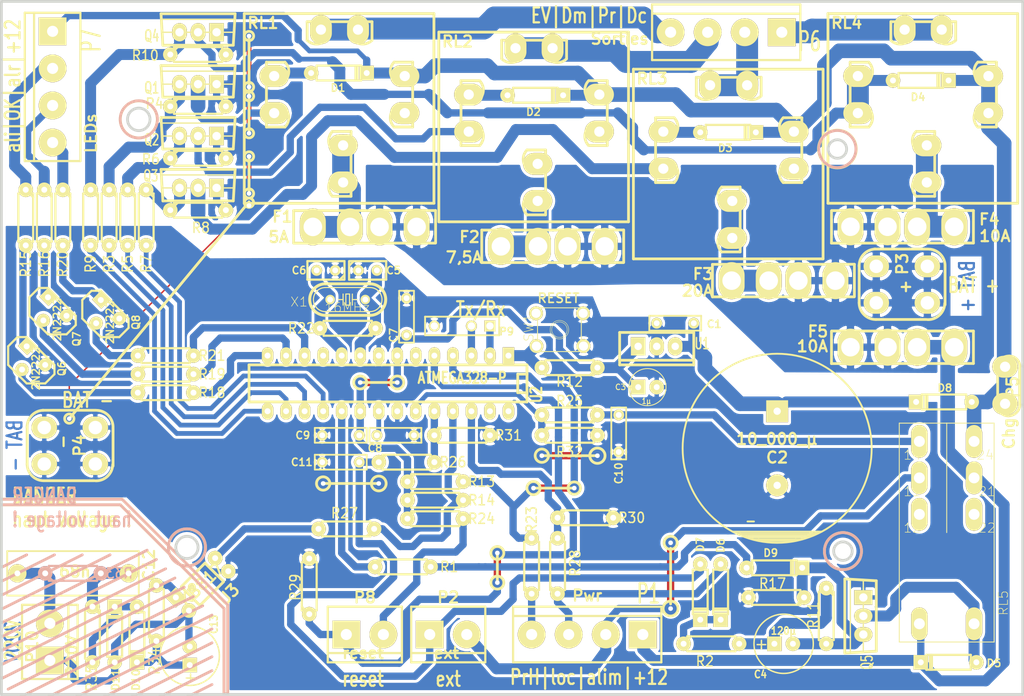
<source format=kicad_pcb>
(kicad_pcb (version 3) (host pcbnew "(2013-feb-26)-testing")
  (title_block (title "Gestion automatique de groupe électrogène") (rev 1.1) (company SOLARTE) (comment 1 "Yann Jautard"))
  (layers (15 Dessus signal) (0 Dessous signal))
  (net 0 "")
  (net 1 +12V)
  (net 2 +5V)
  (net 3 +BATT)
  (net 4 /RX)
  (net 5 /TX)
  (net 6 /e_alim_ubat)
  (net 7 /e_ext)
  (net 8 /e_local)
  (net 9 /e_prh)
  (net 10 /e_rst)
  (net 11 /e_run)
  (net 12 /s_EV)
  (net 13 /s_OK)
  (net 14 /s_alim)
  (net 15 /s_alrm)
  (net 16 /s_dcmp)
  (net 17 /s_dem)
  (net 18 /s_led_alim)
  (net 19 /s_prch)
  (net 20 GND)
  (net 21 N-000001)
  (net 22 N-000002)
  (net 23 N-000003)
  (net 24 N-000004)
  (net 25 N-000005)
  (net 26 N-000006)
  (net 27 N-000007)
  (net 28 N-000008)
  (net 29 N-000009)
  (net 30 N-000010)
  (net 31 N-000011)
  (net 32 N-000012)
  (net 33 N-000013)
  (net 34 N-000014)
  (net 35 N-000015)
  (net 36 N-000016)
  (net 37 N-000017)
  (net 38 N-000018)
  (net 39 N-000019)
  (net 40 N-000020)
  (net 41 N-000030)
  (net 42 N-000032)
  (net 43 N-000033)
  (net 44 N-000034)
  (net 45 N-000035)
  (net 46 N-000036)
  (net 47 N-000037)
  (net 48 N-000038)
  (net 49 N-000039)
  (net 50 N-000040)
  (net 51 N-000041)
  (net 52 N-000042)
  (net 53 N-000043)
  (net 54 N-000045)
  (net 55 N-000046)
  (net 56 N-000047)
  (net 57 N-000049)
  (net 58 N-000050)
  (net 59 N-000051)
  (net 60 N-000052)
  (net 61 N-000053)
  (net 62 N-000054)
  (net 63 N-000055)
  (net 64 N-000056)
  (net 65 N-000057)
  (net 66 N-000058)
  (net 67 N-000059)
  (net 68 N-000071)
  (net 69 N-000072)
  (module crystal-HC49/S (layer Dessus) (at 103.6955 54.5465)
    (fp_text reference X1)
    (fp_text value 16MHz)
    (pad 1 thru_hole circle (at -2.413 0) (size 1.3208 1.3208) (drill 0.8128) (layers *.Cu Dessus.Pate Dessus.SilkS Dessus.Masque) (net 68 N-000071))
    (pad 2 thru_hole circle (at 2.413 0) (size 1.3208 1.3208) (drill 0.8128) (layers *.Cu Dessus.Pate Dessus.SilkS Dessus.Masque) (net 69 N-000072))
  )
  (module C1V5 (layer Dessus) (at 144.78 66.548)
    (fp_text reference C3)
    (fp_text value 1µ)
    (pad 1 thru_hole rect (at -1.27 0) (size 2 2) (drill 0.8128) (layers *.Cu *.Mask Dessus.SilkS) (net 2 +5V))
    (pad 2 thru_hole circle (at 1.27 0 45) (size 2 2) (drill 0.8128) (layers *.Cu *.Mask Dessus.SilkS) (net 20 GND))
  )
  (module PIN_ARRAY_4x1 (layer Dessus) (at 119.38 58.166 180)
    (fp_text reference P9)
    (fp_text value sTTL hide)
    (pad 1 thru_hole rect (at -3.81 0 180) (size 1.524 1.524) (drill 1.016) (layers *.Cu *.Mask Dessus.SilkS) (net 4 /RX))
    (pad 2 thru_hole circle (at -1.27 0 180) (size 1.524 1.524) (drill 1.016) (layers *.Cu *.Mask Dessus.SilkS) (net 5 /TX))
    (pad 3 thru_hole circle (at 3.81 0 180) (size 1.524 1.524) (drill 1.016) (layers *.Cu *.Mask Dessus.SilkS) (net 20 GND))
  )
  (module TO92-123 (layer Dessus) (at 63.881 55.499 90)
    (fp_text reference Q7)
    (fp_text value 2N2222)
    (pad 3 thru_hole rect (at 1.27 -1.27 45) (size 1.6 1.8) (drill 0.8128) (layers *.Cu *.Mask Dessus.SilkS) (net 40 N-000020))
    (pad 2 thru_hole circle (at -1.905 -1.905 90) (size 1.8 1.8) (drill 0.8128) (layers *.Cu *.Mask Dessus.SilkS) (net 15 /s_alrm))
    (pad 1 thru_hole circle (at -1.27 1.27 90) (size 1.8 1.8) (drill 0.8128) (layers *.Cu *.Mask Dessus.SilkS) (net 20 GND))
  )
  (module switch-misc-FSMCD (layer Dessus) (at 132.715 58.674 270)
    (fp_text reference SW1)
    (fp_text value RESET)
    (pad 1 thru_hole circle (at -2.2479 -3.24866 270) (size 1.905 1.905) (drill 1.27) (layers *.Cu Dessus.Pate Dessus.SilkS Dessus.Masque) (net 20 GND))
    (pad 2 thru_hole circle (at -2.2479 3.19786 270) (size 1.905 1.905) (drill 1.27) (layers *.Cu Dessus.Pate Dessus.SilkS Dessus.Masque) (net 67 N-000059))
    (pad 1 thru_hole circle (at 2.2479 -3.29946 270) (size 1.905 1.905) (drill 1.27) (layers *.Cu Dessus.Pate Dessus.SilkS Dessus.Masque) (net 20 GND))
    (pad 2 thru_hole circle (at 2.2479 3.1496 270) (size 1.905 1.905) (drill 1.27) (layers *.Cu Dessus.Pate Dessus.SilkS Dessus.Masque) (net 67 N-000059))
  )
  (module 78xx_TO220_VERT (layer Dessus) (at 146.05 60.96 270)
    (fp_text reference U1)
    (fp_text value 7805 hide)
    (pad VI thru_hole oval (at 0 -2.54 270) (size 2.5 2) (drill 1.016) (layers *.Cu *.Mask Dessus.SilkS) (net 59 N-000051))
    (pad GND thru_hole oval (at 0 0 270) (size 2.5 2) (drill 1.016) (layers *.Cu *.Mask Dessus.SilkS) (net 20 GND))
    (pad VO thru_hole rect (at 0 2.54 270) (size 2.5 2) (drill 1.016) (layers *.Cu *.Mask Dessus.SilkS) (net 2 +5V))
  )
  (module fus_auto_3522-2 (layer Dessus) (at 179.705 44.577)
    (fp_text reference F4)
    (fp_text value 10A)
    (pad 2 thru_hole oval (at 7.12724 -0.01016) (size 3.556 5.08) (drill 2.54) (layers *.Cu *.Mask Dessus.SilkS) (net 24 N-000004))
    (pad 2 thru_hole oval (at 2.04724 -0.01016) (size 3.556 5.08) (drill 2.54) (layers *.Cu *.Mask Dessus.SilkS) (net 24 N-000004))
    (pad 1 thru_hole oval (at -7.09676 -0.01016) (size 3.556 5.08) (drill 2.54) (layers *.Cu *.Mask Dessus.SilkS) (net 3 +BATT))
    (pad 1 thru_hole oval (at -2.01676 -0.01016) (size 3.556 5.08) (drill 2.54) (layers *.Cu *.Mask Dessus.SilkS) (net 3 +BATT))
  )
  (module fus_auto_3522-2 (layer Dessus) (at 163.449 51.943 180)
    (fp_text reference F3)
    (fp_text value 20A)
    (pad 2 thru_hole oval (at 7.12724 -0.01016 180) (size 3.556 5.08) (drill 2.54) (layers *.Cu *.Mask Dessus.SilkS) (net 42 N-000032))
    (pad 2 thru_hole oval (at 2.04724 -0.01016 180) (size 3.556 5.08) (drill 2.54) (layers *.Cu *.Mask Dessus.SilkS) (net 42 N-000032))
    (pad 1 thru_hole oval (at -7.09676 -0.01016 180) (size 3.556 5.08) (drill 2.54) (layers *.Cu *.Mask Dessus.SilkS) (net 3 +BATT))
    (pad 1 thru_hole oval (at -2.01676 -0.01016 180) (size 3.556 5.08) (drill 2.54) (layers *.Cu *.Mask Dessus.SilkS) (net 3 +BATT))
  )
  (module fus_auto_3522-2 (layer Dessus) (at 131.826 47.244 180)
    (fp_text reference F2)
    (fp_text value 7,5A)
    (pad 2 thru_hole oval (at 7.12724 -0.01016 180) (size 3.556 5.08) (drill 2.54) (layers *.Cu *.Mask Dessus.SilkS) (net 23 N-000003))
    (pad 2 thru_hole oval (at 2.04724 -0.01016 180) (size 3.556 5.08) (drill 2.54) (layers *.Cu *.Mask Dessus.SilkS) (net 23 N-000003))
    (pad 1 thru_hole oval (at -7.09676 -0.01016 180) (size 3.556 5.08) (drill 2.54) (layers *.Cu *.Mask Dessus.SilkS) (net 3 +BATT))
    (pad 1 thru_hole oval (at -2.01676 -0.01016 180) (size 3.556 5.08) (drill 2.54) (layers *.Cu *.Mask Dessus.SilkS) (net 3 +BATT))
  )
  (module fus_auto_3522-2 (layer Dessus) (at 106.045 44.577 180)
    (fp_text reference F1)
    (fp_text value 5A)
    (pad 2 thru_hole oval (at 7.12724 -0.01016 180) (size 3.556 5.08) (drill 2.54) (layers *.Cu *.Mask Dessus.SilkS) (net 43 N-000033))
    (pad 2 thru_hole oval (at 2.04724 -0.01016 180) (size 3.556 5.08) (drill 2.54) (layers *.Cu *.Mask Dessus.SilkS) (net 43 N-000033))
    (pad 1 thru_hole oval (at -7.09676 -0.01016 180) (size 3.556 5.08) (drill 2.54) (layers *.Cu *.Mask Dessus.SilkS) (net 3 +BATT))
    (pad 1 thru_hole oval (at -2.01676 -0.01016 180) (size 3.556 5.08) (drill 2.54) (layers *.Cu *.Mask Dessus.SilkS) (net 3 +BATT))
  )
  (module bornier4 (layer Dessus) (at 63.246 25.4 270)
    (fp_text reference P7)
    (fp_text value LEDs)
    (pad 2 thru_hole circle (at -2.54 0 270) (size 3.81 3.81) (drill 1.524) (layers *.Cu *.Mask Dessus.SilkS) (net 29 N-000009))
    (pad 3 thru_hole circle (at 2.54 0 270) (size 3.81 3.81) (drill 1.524) (layers *.Cu *.Mask Dessus.SilkS) (net 28 N-000008))
    (pad 1 thru_hole rect (at -7.62 0 270) (size 3.81 3.81) (drill 1.524) (layers *.Cu *.Mask Dessus.SilkS) (net 1 +12V))
    (pad 4 thru_hole circle (at 7.62 0 270) (size 3.81 3.81) (drill 1.524) (layers *.Cu *.Mask Dessus.SilkS) (net 31 N-000011))
  )
  (module relay_finder-95.15.2 (layer Dessus) (at 185.801 86.487)
    (fp_text reference RL5)
    (fp_text value 95.15.2 hide)
    (pad 11 thru_hole oval (at -3.74904 -7.49808) (size 2.2479 4.49834) (drill 1.4986) (layers *.Cu Dessus.Pate Dessus.SilkS Dessus.Masque) (net 38 N-000018))
    (pad 12 thru_hole oval (at -3.74904 -2.49936) (size 2.2479 4.49834) (drill 1.4986) (layers *.Cu Dessus.Pate Dessus.SilkS Dessus.Masque))
    (pad 14 thru_hole oval (at -3.74904 -12.49934) (size 2.2479 4.49834) (drill 1.4986) (layers *.Cu Dessus.Pate Dessus.SilkS Dessus.Masque) (net 6 /e_alim_ubat))
    (pad 21 thru_hole oval (at 3.74904 -7.49808) (size 2.2479 4.49834) (drill 1.4986) (layers *.Cu Dessus.Pate Dessus.SilkS Dessus.Masque) (net 48 N-000038))
    (pad 22 thru_hole oval (at 3.74904 -2.49936) (size 2.2479 4.49834) (drill 1.4986) (layers *.Cu Dessus.Pate Dessus.SilkS Dessus.Masque))
    (pad 24 thru_hole oval (at 3.74904 -12.49934) (size 2.2479 4.49834) (drill 1.4986) (layers *.Cu Dessus.Pate Dessus.SilkS Dessus.Masque) (net 1 +12V))
    (pad A1 thru_hole oval (at -3.74904 12.49934) (size 2.2479 4.49834) (drill 1.4986) (layers *.Cu Dessus.Pate Dessus.SilkS Dessus.Masque) (net 48 N-000038))
    (pad A2 thru_hole oval (at 3.74904 12.49934) (size 2.2479 4.49834) (drill 1.4986) (layers *.Cu Dessus.Pate Dessus.SilkS Dessus.Masque) (net 35 N-000015))
  )
  (module bornier4 (layer Dessus) (at 155.575 17.907 180)
    (fp_text reference P6)
    (fp_text value Sorties)
    (pad 2 thru_hole circle (at -2.54 0 180) (size 3.81 3.81) (drill 1.524) (layers *.Cu *.Mask Dessus.SilkS) (net 46 N-000036))
    (pad 3 thru_hole circle (at 2.54 0 180) (size 3.81 3.81) (drill 1.524) (layers *.Cu *.Mask Dessus.SilkS) (net 36 N-000016))
    (pad 1 thru_hole rect (at -7.62 0 180) (size 3.81 3.81) (drill 1.524) (layers *.Cu *.Mask Dessus.SilkS) (net 37 N-000017))
    (pad 4 thru_hole circle (at 7.62 0 180) (size 3.81 3.81) (drill 1.524) (layers *.Cu *.Mask Dessus.SilkS) (net 47 N-000037))
  )
  (module bornier4 (layer Dessus) (at 136.525 100.457 180)
    (fp_text reference P1)
    (fp_text value Pwr)
    (pad 2 thru_hole circle (at -2.54 0 180) (size 3.81 3.81) (drill 1.524) (layers *.Cu *.Mask Dessus.SilkS) (net 38 N-000018))
    (pad 3 thru_hole circle (at 2.54 0 180) (size 3.81 3.81) (drill 1.524) (layers *.Cu *.Mask Dessus.SilkS) (net 8 /e_local))
    (pad 1 thru_hole rect (at -7.62 0 180) (size 3.81 3.81) (drill 1.524) (layers *.Cu *.Mask Dessus.SilkS) (net 48 N-000038))
    (pad 4 thru_hole circle (at 7.62 0 180) (size 3.81 3.81) (drill 1.524) (layers *.Cu *.Mask Dessus.SilkS) (net 9 /e_prh))
  )
  (module borne_vis_Keystone_7698 (layer Dessus) (at 176.149 54.991 90)
    (fp_text reference P3)
    (fp_text value +)
    (pad 1 thru_hole oval (at 5 7 90) (size 2.9997 3.5001) (drill 1.85) (layers *.Cu *.Mask Dessus.SilkS) (net 3 +BATT))
    (pad 1 thru_hole oval (at 0 7 90) (size 2.9997 3.5001) (drill 1.85) (layers *.Cu *.Mask Dessus.SilkS) (net 3 +BATT))
    (pad 1 thru_hole oval (at 0 0 90) (size 2.9997 3.5001) (drill 1.85) (layers *.Cu *.Mask Dessus.SilkS) (net 3 +BATT))
    (pad 1 thru_hole oval (at 5 0 90) (size 2.9997 3.5001) (drill 1.85) (layers *.Cu *.Mask Dessus.SilkS) (net 3 +BATT))
  )
  (module borne_vis_Keystone_7698 (layer Dessus) (at 62.103 77.089 90)
    (fp_text reference P4)
    (fp_text value -)
    (pad 1 thru_hole oval (at 5 7 90) (size 2.9997 3.5001) (drill 1.85) (layers *.Cu *.Mask Dessus.SilkS) (net 20 GND))
    (pad 1 thru_hole oval (at 0 7 90) (size 2.9997 3.5001) (drill 1.85) (layers *.Cu *.Mask Dessus.SilkS) (net 20 GND))
    (pad 1 thru_hole oval (at 0 0 90) (size 2.9997 3.5001) (drill 1.85) (layers *.Cu *.Mask Dessus.SilkS) (net 20 GND))
    (pad 1 thru_hole oval (at 5 0 90) (size 2.9997 3.5001) (drill 1.85) (layers *.Cu *.Mask Dessus.SilkS) (net 20 GND))
  )
  (module relais_auto_1R_faston_TE_1217080-1 (layer Dessus) (at 169.545 15.367)
    (fp_text reference RL4)
    (fp_text value Decomp hide)
    (pad 5 thru_hole oval (at 10.49 2.18 270) (size 4 3) (drill 1.3995) (layers *.Cu *.Mask Dessus.SilkS) (net 37 N-000017))
    (pad 3 thru_hole oval (at 13.53 23.12 270) (size 3 4) (drill 1.3995) (layers *.Cu *.Mask Dessus.SilkS) (net 24 N-000004))
    (pad 2 thru_hole oval (at 4.08 13.62 270) (size 3 4) (drill 1.3995) (layers *.Cu *.Mask Dessus.SilkS) (net 26 N-000006))
    (pad 1 thru_hole oval (at 21.98 13.62 270) (size 3 4) (drill 1.3995) (layers *.Cu *.Mask Dessus.SilkS) (net 1 +12V))
    (pad 5 thru_hole oval (at 15.57 2.18 270) (size 4 3) (drill 1.3995) (layers *.Cu *.Mask Dessus.SilkS) (net 37 N-000017))
    (pad 2 thru_hole oval (at 4.08 8.54 270) (size 3 4) (drill 1.3995) (layers *.Cu *.Mask Dessus.SilkS) (net 26 N-000006))
    (pad 1 thru_hole oval (at 21.98 8.54 270) (size 3 4) (drill 1.3995) (layers *.Cu *.Mask Dessus.SilkS) (net 1 +12V))
    (pad 3 thru_hole oval (at 13.53 18.04 270) (size 3 4) (drill 1.3995) (layers *.Cu *.Mask Dessus.SilkS) (net 24 N-000004))
  )
  (module relais_auto_1R_faston_TE_1217080-1 (layer Dessus) (at 142.875 22.987)
    (fp_text reference RL3)
    (fp_text value Prechauf hide)
    (pad 5 thru_hole oval (at 10.49 2.18 270) (size 4 3) (drill 1.3995) (layers *.Cu *.Mask Dessus.SilkS) (net 46 N-000036))
    (pad 3 thru_hole oval (at 13.53 23.12 270) (size 3 4) (drill 1.3995) (layers *.Cu *.Mask Dessus.SilkS) (net 42 N-000032))
    (pad 2 thru_hole oval (at 4.08 13.62 270) (size 3 4) (drill 1.3995) (layers *.Cu *.Mask Dessus.SilkS) (net 21 N-000001))
    (pad 1 thru_hole oval (at 21.98 13.62 270) (size 3 4) (drill 1.3995) (layers *.Cu *.Mask Dessus.SilkS) (net 1 +12V))
    (pad 5 thru_hole oval (at 15.57 2.18 270) (size 4 3) (drill 1.3995) (layers *.Cu *.Mask Dessus.SilkS) (net 46 N-000036))
    (pad 2 thru_hole oval (at 4.08 8.54 270) (size 3 4) (drill 1.3995) (layers *.Cu *.Mask Dessus.SilkS) (net 21 N-000001))
    (pad 1 thru_hole oval (at 21.98 8.54 270) (size 3 4) (drill 1.3995) (layers *.Cu *.Mask Dessus.SilkS) (net 1 +12V))
    (pad 3 thru_hole oval (at 13.53 18.04 270) (size 3 4) (drill 1.3995) (layers *.Cu *.Mask Dessus.SilkS) (net 42 N-000032))
  )
  (module relais_auto_1R_faston_TE_1217080-1 (layer Dessus) (at 116.205 17.907)
    (fp_text reference RL2)
    (fp_text value Demarreur hide)
    (pad 5 thru_hole oval (at 10.49 2.18 270) (size 4 3) (drill 1.3995) (layers *.Cu *.Mask Dessus.SilkS) (net 36 N-000016))
    (pad 3 thru_hole oval (at 13.53 23.12 270) (size 3 4) (drill 1.3995) (layers *.Cu *.Mask Dessus.SilkS) (net 23 N-000003))
    (pad 2 thru_hole oval (at 4.08 13.62 270) (size 3 4) (drill 1.3995) (layers *.Cu *.Mask Dessus.SilkS) (net 44 N-000034))
    (pad 1 thru_hole oval (at 21.98 13.62 270) (size 3 4) (drill 1.3995) (layers *.Cu *.Mask Dessus.SilkS) (net 1 +12V))
    (pad 5 thru_hole oval (at 15.57 2.18 270) (size 4 3) (drill 1.3995) (layers *.Cu *.Mask Dessus.SilkS) (net 36 N-000016))
    (pad 2 thru_hole oval (at 4.08 8.54 270) (size 3 4) (drill 1.3995) (layers *.Cu *.Mask Dessus.SilkS) (net 44 N-000034))
    (pad 1 thru_hole oval (at 21.98 8.54 270) (size 3 4) (drill 1.3995) (layers *.Cu *.Mask Dessus.SilkS) (net 1 +12V))
    (pad 3 thru_hole oval (at 13.53 18.04 270) (size 3 4) (drill 1.3995) (layers *.Cu *.Mask Dessus.SilkS) (net 23 N-000003))
  )
  (module relais_auto_1R_faston_TE_1217080-1 (layer Dessus) (at 89.535 15.367)
    (fp_text reference RL1)
    (fp_text value EV hide)
    (pad 5 thru_hole oval (at 10.49 2.18 270) (size 4 3) (drill 1.3995) (layers *.Cu *.Mask Dessus.SilkS) (net 47 N-000037))
    (pad 3 thru_hole oval (at 13.53 23.12 270) (size 3 4) (drill 1.3995) (layers *.Cu *.Mask Dessus.SilkS) (net 43 N-000033))
    (pad 2 thru_hole oval (at 4.08 13.62 270) (size 3 4) (drill 1.3995) (layers *.Cu *.Mask Dessus.SilkS) (net 22 N-000002))
    (pad 1 thru_hole oval (at 21.98 13.62 270) (size 3 4) (drill 1.3995) (layers *.Cu *.Mask Dessus.SilkS) (net 1 +12V))
    (pad 5 thru_hole oval (at 15.57 2.18 270) (size 4 3) (drill 1.3995) (layers *.Cu *.Mask Dessus.SilkS) (net 47 N-000037))
    (pad 2 thru_hole oval (at 4.08 8.54 270) (size 3 4) (drill 1.3995) (layers *.Cu *.Mask Dessus.SilkS) (net 22 N-000002))
    (pad 1 thru_hole oval (at 21.98 8.54 270) (size 3 4) (drill 1.3995) (layers *.Cu *.Mask Dessus.SilkS) (net 1 +12V))
    (pad 3 thru_hole oval (at 13.53 18.04 270) (size 3 4) (drill 1.3995) (layers *.Cu *.Mask Dessus.SilkS) (net 43 N-000033))
  )
  (module fus_auto_3522-2 (layer Dessus) (at 179.705 61.087)
    (fp_text reference F5)
    (fp_text value 10A)
    (pad 2 thru_hole oval (at 7.1272 -0.0102) (size 3.556 5.08) (drill 2.54) (layers *.Cu *.Mask Dessus.SilkS) (net 48 N-000038))
    (pad 2 thru_hole oval (at 2.0472 -0.0102) (size 3.556 5.08) (drill 2.54) (layers *.Cu *.Mask Dessus.SilkS) (net 48 N-000038))
    (pad 1 thru_hole oval (at -7.0968 -0.0102) (size 3.556 5.08) (drill 2.54) (layers *.Cu *.Mask Dessus.SilkS) (net 3 +BATT))
    (pad 1 thru_hole oval (at -2.0168 -0.0102) (size 3.556 5.08) (drill 2.54) (layers *.Cu *.Mask Dessus.SilkS) (net 3 +BATT))
  )
  (module cnp_18x6mm (layer Dessus) (at 66.04 92.075 180)
    (fp_text reference C12)
    (fp_text value 68n)
    (pad 1 thru_hole circle (at -7.62 0 180) (size 2.5 2.5) (drill 0.8001) (layers *.Cu *.Mask Dessus.SilkS) (net 58 N-000050))
    (pad 2 thru_hole circle (at 7.62 0 180) (size 2.5 2.5) (drill 0.8001) (layers *.Cu *.Mask Dessus.SilkS) (net 57 N-000049))
  )
  (module D3 (layer Dessus) (at 71.755 100.457 90)
    (fp_text reference D11)
    (fp_text value 1N4007 hide)
    (pad 2 thru_hole rect (at 3.81 0 90) (size 2 2) (drill 0.8128) (layers *.Cu *.Mask Dessus.SilkS) (net 64 N-000056))
    (pad 1 thru_hole circle (at -3.81 0 90) (size 2 2) (drill 0.8128) (layers *.Cu *.Mask Dessus.SilkS) (net 63 N-000055))
  )
  (module D3 (layer Dessus) (at 74.803 100.457 270)
    (fp_text reference D10)
    (fp_text value 1N4007 hide)
    (pad 2 thru_hole rect (at 3.81 0 270) (size 2 2) (drill 0.8128) (layers *.Cu *.Mask Dessus.SilkS) (net 54 N-000045))
    (pad 1 thru_hole circle (at -3.81 0 270) (size 2 2) (drill 0.8128) (layers *.Cu *.Mask Dessus.SilkS) (net 64 N-000056))
  )
  (module D3 (layer Dessus) (at 152.019 94.615 270)
    (fp_text reference D7)
    (fp_text value 1N4004 hide)
    (pad 2 thru_hole rect (at 3.81 0 270) (size 2 2) (drill 0.8128) (layers *.Cu *.Mask Dessus.SilkS) (net 45 N-000035))
    (pad 1 thru_hole circle (at -3.81 0 270) (size 2 2) (drill 0.8128) (layers *.Cu *.Mask Dessus.SilkS) (net 7 /e_ext))
  )
  (module D3 (layer Dessus) (at 154.813 94.615 270)
    (fp_text reference D6)
    (fp_text value 1N4004 hide)
    (pad 2 thru_hole rect (at 3.81 0 270) (size 2 2) (drill 0.8128) (layers *.Cu *.Mask Dessus.SilkS) (net 45 N-000035))
    (pad 1 thru_hole circle (at -3.81 0 270) (size 2 2) (drill 0.8128) (layers *.Cu *.Mask Dessus.SilkS) (net 8 /e_local))
  )
  (module D3 (layer Dessus) (at 102.489 23.495)
    (fp_text reference D1)
    (fp_text value 1N4007 hide)
    (pad 2 thru_hole rect (at 3.81 0) (size 2 2) (drill 0.8128) (layers *.Cu *.Mask Dessus.SilkS) (net 1 +12V))
    (pad 1 thru_hole circle (at -3.81 0) (size 2 2) (drill 0.8128) (layers *.Cu *.Mask Dessus.SilkS) (net 22 N-000002))
  )
  (module D3 (layer Dessus) (at 129.413 26.543)
    (fp_text reference D2)
    (fp_text value 1N4007 hide)
    (pad 2 thru_hole rect (at 3.81 0) (size 2 2) (drill 0.8128) (layers *.Cu *.Mask Dessus.SilkS) (net 1 +12V))
    (pad 1 thru_hole circle (at -3.81 0) (size 2 2) (drill 0.8128) (layers *.Cu *.Mask Dessus.SilkS) (net 44 N-000034))
  )
  (module D3 (layer Dessus) (at 155.829 31.623)
    (fp_text reference D3)
    (fp_text value 1N4007 hide)
    (pad 2 thru_hole rect (at 3.81 0) (size 2 2) (drill 0.8128) (layers *.Cu *.Mask Dessus.SilkS) (net 1 +12V))
    (pad 1 thru_hole circle (at -3.81 0) (size 2 2) (drill 0.8128) (layers *.Cu *.Mask Dessus.SilkS) (net 21 N-000001))
  )
  (module D3 (layer Dessus) (at 182.245 24.511)
    (fp_text reference D4)
    (fp_text value 1N4007 hide)
    (pad 2 thru_hole rect (at 3.81 0) (size 2 2) (drill 0.8128) (layers *.Cu *.Mask Dessus.SilkS) (net 1 +12V))
    (pad 1 thru_hole circle (at -3.81 0) (size 2 2) (drill 0.8128) (layers *.Cu *.Mask Dessus.SilkS) (net 26 N-000006))
  )
  (module D3 (layer Dessus) (at 162.179 91.313)
    (fp_text reference D9)
    (fp_text value 1N4004 hide)
    (pad 2 thru_hole rect (at 3.81 0) (size 2 2) (drill 0.8128) (layers *.Cu *.Mask Dessus.SilkS) (net 34 N-000014))
    (pad 1 thru_hole circle (at -3.81 0) (size 2 2) (drill 0.8128) (layers *.Cu *.Mask Dessus.SilkS) (net 30 N-000010))
  )
  (module D3 (layer Dessus) (at 186.055 104.267 180)
    (fp_text reference D5)
    (fp_text value 1N4007 hide)
    (pad 2 thru_hole rect (at 3.81 0 180) (size 2 2) (drill 0.8128) (layers *.Cu *.Mask Dessus.SilkS) (net 48 N-000038))
    (pad 1 thru_hole circle (at -3.81 0 180) (size 2 2) (drill 0.8128) (layers *.Cu *.Mask Dessus.SilkS) (net 35 N-000015))
  )
  (module R3 (layer Dessus) (at 83.185 35.179)
    (fp_text reference R6)
    (fp_text value 22k hide)
    (pad 1 thru_hole circle (at -3.81 0) (size 2 2) (drill 0.8128) (layers *.Cu *.Mask Dessus.SilkS) (net 25 N-000005))
    (pad 2 thru_hole circle (at 3.81 0) (size 2 2) (drill 0.8128) (layers *.Cu *.Mask Dessus.SilkS) (net 20 GND))
  )
  (module R3 (layer Dessus) (at 83.185 28.067)
    (fp_text reference R4)
    (fp_text value 22k hide)
    (pad 1 thru_hole circle (at -3.81 0) (size 2 2) (drill 0.8128) (layers *.Cu *.Mask Dessus.SilkS) (net 41 N-000030))
    (pad 2 thru_hole circle (at 3.81 0) (size 2 2) (drill 0.8128) (layers *.Cu *.Mask Dessus.SilkS) (net 20 GND))
  )
  (module R3 (layer Dessus) (at 83.185 42.291)
    (fp_text reference R8)
    (fp_text value 22k hide)
    (pad 1 thru_hole circle (at -3.81 0) (size 2 2) (drill 0.8128) (layers *.Cu *.Mask Dessus.SilkS) (net 27 N-000007))
    (pad 2 thru_hole circle (at 3.81 0) (size 2 2) (drill 0.8128) (layers *.Cu *.Mask Dessus.SilkS) (net 20 GND))
  )
  (module R3 (layer Dessus) (at 83.185 20.955)
    (fp_text reference R10)
    (fp_text value 22k hide)
    (pad 1 thru_hole circle (at -3.81 0) (size 2 2) (drill 0.8128) (layers *.Cu *.Mask Dessus.SilkS) (net 32 N-000012))
    (pad 2 thru_hole circle (at 3.81 0) (size 2 2) (drill 0.8128) (layers *.Cu *.Mask Dessus.SilkS) (net 20 GND))
  )
  (module R3 (layer Dessus) (at 119.38 73.152)
    (fp_text reference R31)
    (fp_text value 4.7k hide)
    (pad 1 thru_hole circle (at -3.81 0) (size 2 2) (drill 0.8128) (layers *.Cu *.Mask Dessus.SilkS) (net 53 N-000043))
    (pad 2 thru_hole circle (at 3.81 0) (size 2 2) (drill 0.8128) (layers *.Cu *.Mask Dessus.SilkS) (net 20 GND))
  )
  (module R3 (layer Dessus) (at 134.112 73.152)
    (fp_text reference R32)
    (fp_text value 4.7k hide)
    (pad 1 thru_hole circle (at -3.81 0) (size 2 2) (drill 0.8128) (layers *.Cu *.Mask Dessus.SilkS) (net 51 N-000041))
    (pad 2 thru_hole circle (at 3.81 0) (size 2 2) (drill 0.8128) (layers *.Cu *.Mask Dessus.SilkS) (net 20 GND))
  )
  (module R3 (layer Dessus) (at 153.543 101.727)
    (fp_text reference R2)
    (fp_text value 8.2k hide)
    (pad 1 thru_hole circle (at -3.81 0) (size 2 2) (drill 0.8128) (layers *.Cu *.Mask Dessus.SilkS) (net 45 N-000035))
    (pad 2 thru_hole circle (at 3.81 0) (size 2 2) (drill 0.8128) (layers *.Cu *.Mask Dessus.SilkS) (net 33 N-000013))
  )
  (module R3 (layer Dessus) (at 62.103 43.307 270)
    (fp_text reference R16)
    (fp_text value 1k hide)
    (pad 1 thru_hole circle (at -3.81 0 270) (size 2 2) (drill 0.8128) (layers *.Cu *.Mask Dessus.SilkS) (net 28 N-000008))
    (pad 2 thru_hole circle (at 3.81 0 270) (size 2 2) (drill 0.8128) (layers *.Cu *.Mask Dessus.SilkS) (net 40 N-000020))
  )
  (module R3 (layer Dessus) (at 111.252 91.186)
    (fp_text reference R1)
    (fp_text value 1k hide)
    (pad 1 thru_hole circle (at -3.81 0) (size 2 2) (drill 0.8128) (layers *.Cu *.Mask Dessus.SilkS) (net 14 /s_alim))
    (pad 2 thru_hole circle (at 3.81 0) (size 2 2) (drill 0.8128) (layers *.Cu *.Mask Dessus.SilkS) (net 30 N-000010))
  )
  (module R3 (layer Dessus) (at 64.643 43.307 270)
    (fp_text reference R20)
    (fp_text value 1k hide)
    (pad 1 thru_hole circle (at -3.81 0 270) (size 2 2) (drill 0.8128) (layers *.Cu *.Mask Dessus.SilkS) (net 31 N-000011))
    (pad 2 thru_hole circle (at 3.81 0 270) (size 2 2) (drill 0.8128) (layers *.Cu *.Mask Dessus.SilkS) (net 65 N-000057))
  )
  (module R3 (layer Dessus) (at 115.697 84.582)
    (fp_text reference R24)
    (fp_text value 1k hide)
    (pad 1 thru_hole circle (at -3.81 0) (size 2 2) (drill 0.8128) (layers *.Cu *.Mask Dessus.SilkS) (net 2 +5V))
    (pad 2 thru_hole circle (at 3.81 0) (size 2 2) (drill 0.8128) (layers *.Cu *.Mask Dessus.SilkS) (net 62 N-000054))
  )
  (module R3 (layer Dessus) (at 70.993 43.307 270)
    (fp_text reference R3)
    (fp_text value 1k hide)
    (pad 1 thru_hole circle (at -3.81 0 270) (size 2 2) (drill 0.8128) (layers *.Cu *.Mask Dessus.SilkS) (net 41 N-000030))
    (pad 2 thru_hole circle (at 3.81 0 270) (size 2 2) (drill 0.8128) (layers *.Cu *.Mask Dessus.SilkS) (net 12 /s_EV))
  )
  (module R3 (layer Dessus) (at 73.533 43.307 270)
    (fp_text reference R5)
    (fp_text value 1k hide)
    (pad 1 thru_hole circle (at -3.81 0 270) (size 2 2) (drill 0.8128) (layers *.Cu *.Mask Dessus.SilkS) (net 25 N-000005))
    (pad 2 thru_hole circle (at 3.81 0 270) (size 2 2) (drill 0.8128) (layers *.Cu *.Mask Dessus.SilkS) (net 17 /s_dem))
  )
  (module R3 (layer Dessus) (at 76.073 43.307 270)
    (fp_text reference R7)
    (fp_text value 1k hide)
    (pad 1 thru_hole circle (at -3.81 0 270) (size 2 2) (drill 0.8128) (layers *.Cu *.Mask Dessus.SilkS) (net 27 N-000007))
    (pad 2 thru_hole circle (at 3.81 0 270) (size 2 2) (drill 0.8128) (layers *.Cu *.Mask Dessus.SilkS) (net 19 /s_prch))
  )
  (module R3 (layer Dessus) (at 68.453 43.307 270)
    (fp_text reference R9)
    (fp_text value 1k hide)
    (pad 1 thru_hole circle (at -3.81 0 270) (size 2 2) (drill 0.8128) (layers *.Cu *.Mask Dessus.SilkS) (net 32 N-000012))
    (pad 2 thru_hole circle (at 3.81 0 270) (size 2 2) (drill 0.8128) (layers *.Cu *.Mask Dessus.SilkS) (net 16 /s_dcmp))
  )
  (module R3 (layer Dessus) (at 78.74 67.31)
    (fp_text reference R18)
    (fp_text value 8.2k hide)
    (pad 1 thru_hole circle (at -3.81 0) (size 2 2) (drill 0.8128) (layers *.Cu *.Mask Dessus.SilkS) (net 13 /s_OK))
    (pad 2 thru_hole circle (at 3.81 0) (size 2 2) (drill 0.8128) (layers *.Cu *.Mask Dessus.SilkS) (net 60 N-000052))
  )
  (module R3 (layer Dessus) (at 111.76 76.835)
    (fp_text reference R26)
    (fp_text value 15k hide)
    (pad 1 thru_hole circle (at -3.81 0) (size 2 2) (drill 0.8128) (layers *.Cu *.Mask Dessus.SilkS) (net 7 /e_ext))
    (pad 2 thru_hole circle (at 3.81 0) (size 2 2) (drill 0.8128) (layers *.Cu *.Mask Dessus.SilkS) (net 53 N-000043))
  )
  (module R3 (layer Dessus) (at 78.74 64.77)
    (fp_text reference R19)
    (fp_text value 8.2k hide)
    (pad 1 thru_hole circle (at -3.81 0) (size 2 2) (drill 0.8128) (layers *.Cu *.Mask Dessus.SilkS) (net 15 /s_alrm))
    (pad 2 thru_hole circle (at 3.81 0) (size 2 2) (drill 0.8128) (layers *.Cu *.Mask Dessus.SilkS) (net 61 N-000053))
  )
  (module R3 (layer Dessus) (at 132.461 91.059 90)
    (fp_text reference R28)
    (fp_text value 15k hide)
    (pad 1 thru_hole circle (at -3.81 0 90) (size 2 2) (drill 0.8128) (layers *.Cu *.Mask Dessus.SilkS) (net 8 /e_local))
    (pad 2 thru_hole circle (at 3.81 0 90) (size 2 2) (drill 0.8128) (layers *.Cu *.Mask Dessus.SilkS) (net 52 N-000042))
  )
  (module R3 (layer Dessus) (at 103.505 85.979 180)
    (fp_text reference R27)
    (fp_text value 1k hide)
    (pad 1 thru_hole circle (at -3.81 0 180) (size 2 2) (drill 0.8128) (layers *.Cu *.Mask Dessus.SilkS) (net 56 N-000047))
    (pad 2 thru_hole circle (at 3.81 0 180) (size 2 2) (drill 0.8128) (layers *.Cu *.Mask Dessus.SilkS) (net 11 /e_run))
  )
  (module R3 (layer Dessus) (at 136.271 84.455)
    (fp_text reference R30)
    (fp_text value 4.7k hide)
    (pad 1 thru_hole circle (at -3.81 0) (size 2 2) (drill 0.8128) (layers *.Cu *.Mask Dessus.SilkS) (net 52 N-000042))
    (pad 2 thru_hole circle (at 3.81 0) (size 2 2) (drill 0.8128) (layers *.Cu *.Mask Dessus.SilkS) (net 20 GND))
  )
  (module R3 (layer Dessus) (at 128.905 91.059 90)
    (fp_text reference R23)
    (fp_text value 100 hide)
    (pad 1 thru_hole circle (at -3.81 0 90) (size 2 2) (drill 0.8128) (layers *.Cu *.Mask Dessus.SilkS) (net 9 /e_prh))
    (pad 2 thru_hole circle (at 3.81 0 90) (size 2 2) (drill 0.8128) (layers *.Cu *.Mask Dessus.SilkS) (net 49 N-000039))
  )
  (module R3 (layer Dessus) (at 68.707 100.457 270)
    (fp_text reference R35)
    (fp_text value 300 hide)
    (pad 1 thru_hole circle (at -3.81 0 270) (size 2 2) (drill 0.8128) (layers *.Cu *.Mask Dessus.SilkS) (net 58 N-000050))
    (pad 2 thru_hole circle (at 3.81 0 270) (size 2 2) (drill 0.8128) (layers *.Cu *.Mask Dessus.SilkS) (net 64 N-000056))
  )
  (module R3 (layer Dessus) (at 98.425 93.853 90)
    (fp_text reference R29)
    (fp_text value 15k hide)
    (pad 1 thru_hole circle (at -3.81 0 90) (size 2 2) (drill 0.8128) (layers *.Cu *.Mask Dessus.SilkS) (net 10 /e_rst))
    (pad 2 thru_hole circle (at 3.81 0 90) (size 2 2) (drill 0.8128) (layers *.Cu *.Mask Dessus.SilkS) (net 20 GND))
  )
  (module R3 (layer Dessus) (at 134.112 70.358 180)
    (fp_text reference R25)
    (fp_text value 15k hide)
    (pad 1 thru_hole circle (at -3.81 0 180) (size 2 2) (drill 0.8128) (layers *.Cu *.Mask Dessus.SilkS) (net 6 /e_alim_ubat))
    (pad 2 thru_hole circle (at 3.81 0 180) (size 2 2) (drill 0.8128) (layers *.Cu *.Mask Dessus.SilkS) (net 51 N-000041))
  )
  (module R3 (layer Dessus) (at 162.433 95.377 180)
    (fp_text reference R17)
    (fp_text value 22k hide)
    (pad 1 thru_hole circle (at -3.81 0 180) (size 2 2) (drill 0.8128) (layers *.Cu *.Mask Dessus.SilkS) (net 34 N-000014))
    (pad 2 thru_hole circle (at 3.81 0 180) (size 2 2) (drill 0.8128) (layers *.Cu *.Mask Dessus.SilkS) (net 20 GND))
  )
  (module R3 (layer Dessus) (at 59.563 43.307 270)
    (fp_text reference R15)
    (fp_text value 1k hide)
    (pad 1 thru_hole circle (at -3.81 0 270) (size 2 2) (drill 0.8128) (layers *.Cu *.Mask Dessus.SilkS) (net 29 N-000009))
    (pad 2 thru_hole circle (at 3.81 0 270) (size 2 2) (drill 0.8128) (layers *.Cu *.Mask Dessus.SilkS) (net 39 N-000019))
  )
  (module R3 (layer Dessus) (at 115.697 79.502)
    (fp_text reference R13)
    (fp_text value 10k hide)
    (pad 1 thru_hole circle (at -3.81 0) (size 2 2) (drill 0.8128) (layers *.Cu *.Mask Dessus.SilkS) (net 2 +5V))
    (pad 2 thru_hole circle (at 3.81 0) (size 2 2) (drill 0.8128) (layers *.Cu *.Mask Dessus.SilkS) (net 49 N-000039))
  )
  (module R3 (layer Dessus) (at 134.112 63.881 180)
    (fp_text reference R12)
    (fp_text value 10k hide)
    (pad 1 thru_hole circle (at -3.81 0 180) (size 2 2) (drill 0.8128) (layers *.Cu *.Mask Dessus.SilkS) (net 2 +5V))
    (pad 2 thru_hole circle (at 3.81 0 180) (size 2 2) (drill 0.8128) (layers *.Cu *.Mask Dessus.SilkS) (net 67 N-000059))
  )
  (module R3 (layer Dessus) (at 169.291 97.917 270)
    (fp_text reference R11)
    (fp_text value 220k hide)
    (pad 1 thru_hole circle (at -3.81 0 270) (size 2 2) (drill 0.8128) (layers *.Cu *.Mask Dessus.SilkS) (net 33 N-000013))
    (pad 2 thru_hole circle (at 3.81 0 270) (size 2 2) (drill 0.8128) (layers *.Cu *.Mask Dessus.SilkS) (net 34 N-000014))
  )
  (module opto_dil4 (layer Dessus) (at 80.137 95.377 45)
    (fp_text reference U3)
    (fp_text value KB817)
    (pad 1 thru_hole rect (at 0 0 45) (size 2 2) (drill 0.8128) (layers *.Cu *.Mask Dessus.SilkS) (net 55 N-000046))
    (pad 2 thru_hole circle (at 0 2.54 45) (size 2 2) (drill 0.8128) (layers *.Cu *.Mask Dessus.SilkS) (net 63 N-000055))
    (pad 4 thru_hole circle (at 7.62 0 45) (size 2 2) (drill 0.8128) (layers *.Cu *.Mask Dessus.SilkS) (net 11 /e_run))
    (pad 3 thru_hole circle (at 7.62 2.54 45) (size 2 2) (drill 0.8128) (layers *.Cu *.Mask Dessus.SilkS) (net 20 GND))
  )
  (module C1V8 (layer Dessus) (at 82.042 103.378 90)
    (fp_text reference C13)
    (fp_text value 100µ hide)
    (pad 1 thru_hole rect (at -1.27 0 90) (size 2 2) (drill 0.8128) (layers *.Cu *.Mask Dessus.SilkS) (net 54 N-000045))
    (pad 2 thru_hole circle (at 1.27 0 90) (size 2 2) (drill 0.8128) (layers *.Cu *.Mask Dessus.SilkS) (net 63 N-000055))
  )
  (module C1V8 (layer Dessus) (at 163.449 101.727)
    (fp_text reference C4)
    (fp_text value 120µ)
    (pad 1 thru_hole rect (at -1.27 0) (size 2 2) (drill 0.8128) (layers *.Cu *.Mask Dessus.SilkS) (net 33 N-000013))
    (pad 2 thru_hole circle (at 1.27 0) (size 2 2) (drill 0.8128) (layers *.Cu *.Mask Dessus.SilkS) (net 34 N-000014))
  )
  (module TO220V-GDS (layer Dessus) (at 83.185 25.019 90)
    (fp_text reference Q1)
    (fp_text value IRF740 hide)
    (pad G thru_hole oval (at 0 -2.54 180) (size 2 2.5) (drill 1.143) (layers *.Cu *.Mask Dessus.SilkS) (net 41 N-000030))
    (pad D thru_hole oval (at 0 0 180) (size 2 2.5) (drill 1.143) (layers *.Cu *.Mask Dessus.SilkS) (net 22 N-000002))
    (pad S thru_hole rect (at 0 2.54 90) (size 2.5 2) (drill 1.143) (layers *.Cu *.Mask Dessus.SilkS) (net 20 GND))
  )
  (module TO220V-GDS (layer Dessus) (at 83.185 32.131 90)
    (fp_text reference Q2)
    (fp_text value IRF740 hide)
    (pad G thru_hole oval (at 0 -2.54 180) (size 2 2.5) (drill 1.143) (layers *.Cu *.Mask Dessus.SilkS) (net 25 N-000005))
    (pad D thru_hole oval (at 0 0 180) (size 2 2.5) (drill 1.143) (layers *.Cu *.Mask Dessus.SilkS) (net 44 N-000034))
    (pad S thru_hole rect (at 0 2.54 90) (size 2.5 2) (drill 1.143) (layers *.Cu *.Mask Dessus.SilkS) (net 20 GND))
  )
  (module TO220V-GDS (layer Dessus) (at 83.185 39.243 90)
    (fp_text reference Q3)
    (fp_text value IRF740 hide)
    (pad G thru_hole oval (at 0 -2.54 180) (size 2 2.5) (drill 1.143) (layers *.Cu *.Mask Dessus.SilkS) (net 27 N-000007))
    (pad D thru_hole oval (at 0 0 180) (size 2 2.5) (drill 1.143) (layers *.Cu *.Mask Dessus.SilkS) (net 21 N-000001))
    (pad S thru_hole rect (at 0 2.54 90) (size 2.5 2) (drill 1.143) (layers *.Cu *.Mask Dessus.SilkS) (net 20 GND))
  )
  (module TO220V-GDS (layer Dessus) (at 83.185 17.907 90)
    (fp_text reference Q4)
    (fp_text value IRF740 hide)
    (pad G thru_hole oval (at 0 -2.54 180) (size 2 2.5) (drill 1.143) (layers *.Cu *.Mask Dessus.SilkS) (net 32 N-000012))
    (pad D thru_hole oval (at 0 0 180) (size 2 2.5) (drill 1.143) (layers *.Cu *.Mask Dessus.SilkS) (net 26 N-000006))
    (pad S thru_hole rect (at 0 2.54 90) (size 2.5 2) (drill 1.143) (layers *.Cu *.Mask Dessus.SilkS) (net 20 GND))
  )
  (module TO220V-GDS (layer Dessus) (at 174.371 97.917 180)
    (fp_text reference Q5)
    (fp_text value IRF740 hide)
    (pad G thru_hole oval (at 0 -2.54 270) (size 2 2.5) (drill 1.143) (layers *.Cu *.Mask Dessus.SilkS) (net 34 N-000014))
    (pad D thru_hole oval (at 0 0 270) (size 2 2.5) (drill 1.143) (layers *.Cu *.Mask Dessus.SilkS) (net 35 N-000015))
    (pad S thru_hole rect (at 0 2.54 180) (size 2.5 2) (drill 1.143) (layers *.Cu *.Mask Dessus.SilkS) (net 20 GND))
  )
  (module bornier2 (layer Dessus) (at 117.475 100.457)
    (fp_text reference P2)
    (fp_text value ext)
    (pad 1 thru_hole rect (at -2.54 0) (size 3.8 3.8) (drill 1.524) (layers *.Cu *.Mask Dessus.SilkS) (net 7 /e_ext))
    (pad 2 thru_hole circle (at 2.54 0) (size 3.8 3.8) (drill 1.524) (layers *.Cu *.Mask Dessus.SilkS) (net 38 N-000018))
  )
  (module bornier2 (layer Dessus) (at 62.865 101.473 90)
    (fp_text reference P10)
    (fp_text value 220V)
    (pad 1 thru_hole rect (at -2.54 0 90) (size 3.8 3.8) (drill 1.524) (layers *.Cu *.Mask Dessus.SilkS) (net 63 N-000055))
    (pad 2 thru_hole circle (at 2.54 0 90) (size 3.8 3.8) (drill 1.524) (layers *.Cu *.Mask Dessus.SilkS) (net 57 N-000049))
  )
  (module bornier2 (layer Dessus) (at 106.045 100.457)
    (fp_text reference P8)
    (fp_text value reset)
    (pad 1 thru_hole rect (at -2.54 0) (size 3.8 3.8) (drill 1.524) (layers *.Cu *.Mask Dessus.SilkS) (net 10 /e_rst))
    (pad 2 thru_hole circle (at 2.54 0) (size 3.8 3.8) (drill 1.524) (layers *.Cu *.Mask Dessus.SilkS) (net 62 N-000054))
  )
  (module R3 (layer Dessous) (at 66.04 92.075)
    (fp_text reference R33)
    (fp_text value 47M hide)
    (pad 1 thru_hole circle (at -3.81 0) (size 2 2) (drill 0.8128) (layers *.Cu *.Mask Dessous.SilkS) (net 57 N-000049))
    (pad 2 thru_hole circle (at 3.81 0) (size 2 2) (drill 0.8128) (layers *.Cu *.Mask Dessous.SilkS) (net 58 N-000050))
  )
  (module R3 (layer Dessus) (at 103.6955 58.4835 180)
    (fp_text reference R22)
    (fp_text value 1M hide)
    (pad 1 thru_hole circle (at -3.81 0 180) (size 2 2) (drill 0.8128) (layers *.Cu *.Mask Dessus.SilkS) (net 69 N-000072))
    (pad 2 thru_hole circle (at 3.81 0 180) (size 2 2) (drill 0.8128) (layers *.Cu *.Mask Dessus.SilkS) (net 68 N-000071))
  )
  (module D3 (layer Dessus) (at 185.42 68.58 180)
    (fp_text reference D8)
    (fp_text value 1N4004 hide)
    (pad 2 thru_hole rect (at 3.81 0 180) (size 2 2) (drill 0.8128) (layers *.Cu *.Mask Dessus.SilkS) (net 59 N-000051))
    (pad 1 thru_hole circle (at -3.81 0 180) (size 2 2) (drill 0.8128) (layers *.Cu *.Mask Dessus.SilkS) (net 1 +12V))
  )
  (module cnp_3mm_disc (layer Dessus) (at 106.426 50.546)
    (fp_text reference C5)
    (fp_text value 22p hide)
    (pad 1 thru_hole circle (at -1.27 0) (size 1.50114 1.50114) (drill 0.8001) (layers *.Cu *.Mask Dessus.SilkS) (net 20 GND))
    (pad 2 thru_hole circle (at 1.27 0) (size 1.50114 1.50114) (drill 0.8001) (layers *.Cu *.Mask Dessus.SilkS) (net 69 N-000072))
  )
  (module cnp_3mm_disc (layer Dessus) (at 100.711 50.546 180)
    (fp_text reference C6)
    (fp_text value 22p hide)
    (pad 1 thru_hole circle (at -1.27 0 180) (size 1.50114 1.50114) (drill 0.8001) (layers *.Cu *.Mask Dessus.SilkS) (net 20 GND))
    (pad 2 thru_hole circle (at 1.27 0 180) (size 1.50114 1.50114) (drill 0.8001) (layers *.Cu *.Mask Dessus.SilkS) (net 68 N-000071))
  )
  (module DIP-28__300_ELL (layer Dessus) (at 109.22 66.04 180)
    (fp_text reference U2)
    (fp_text value ATMEGA328-P)
    (pad 2 thru_hole oval (at -13.97 3.81 180) (size 1.5748 2.286) (drill 0.8128) (layers *.Cu *.Mask Dessus.SilkS) (net 4 /RX))
    (pad 3 thru_hole oval (at -11.43 3.81 180) (size 1.5748 2.286) (drill 0.8128) (layers *.Cu *.Mask Dessus.SilkS) (net 5 /TX))
    (pad 4 thru_hole oval (at -8.89 3.81 180) (size 1.5748 2.286) (drill 0.8128) (layers *.Cu *.Mask Dessus.SilkS) (net 49 N-000039))
    (pad 5 thru_hole oval (at -6.35 3.81 180) (size 1.5748 2.286) (drill 0.8128) (layers *.Cu *.Mask Dessus.SilkS) (net 10 /e_rst))
    (pad 6 thru_hole oval (at -3.81 3.81 180) (size 1.5748 2.286) (drill 0.8128) (layers *.Cu *.Mask Dessus.SilkS))
    (pad 7 thru_hole oval (at -1.27 3.81 180) (size 1.5748 2.286) (drill 0.8128) (layers *.Cu *.Mask Dessus.SilkS) (net 2 +5V))
    (pad 8 thru_hole oval (at 1.27 3.81 180) (size 1.5748 2.286) (drill 0.8128) (layers *.Cu *.Mask Dessus.SilkS) (net 20 GND))
    (pad 9 thru_hole oval (at 3.81 3.81 180) (size 1.5748 2.286) (drill 0.8128) (layers *.Cu *.Mask Dessus.SilkS) (net 69 N-000072))
    (pad 10 thru_hole oval (at 6.35 3.81 180) (size 1.5748 2.286) (drill 0.8128) (layers *.Cu *.Mask Dessus.SilkS) (net 68 N-000071))
    (pad 11 thru_hole oval (at 8.89 3.81 180) (size 1.5748 2.286) (drill 0.8128) (layers *.Cu *.Mask Dessus.SilkS))
    (pad 12 thru_hole oval (at 11.43 3.81 180) (size 1.5748 2.286) (drill 0.8128) (layers *.Cu *.Mask Dessus.SilkS) (net 66 N-000058))
    (pad 13 thru_hole oval (at 13.97 3.81 180) (size 1.5748 2.286) (drill 0.8128) (layers *.Cu *.Mask Dessus.SilkS) (net 61 N-000053))
    (pad 14 thru_hole oval (at 16.51 3.81 180) (size 1.5748 2.286) (drill 0.8128) (layers *.Cu *.Mask Dessus.SilkS) (net 60 N-000052))
    (pad 1 thru_hole rect (at -16.51 3.81 180) (size 1.5748 2.286) (drill 0.8128) (layers *.Cu *.Mask Dessus.SilkS) (net 67 N-000059))
    (pad 15 thru_hole oval (at 16.51 -3.81 180) (size 1.5748 2.286) (drill 0.8128) (layers *.Cu *.Mask Dessus.SilkS) (net 16 /s_dcmp))
    (pad 16 thru_hole oval (at 13.97 -3.81 180) (size 1.5748 2.286) (drill 0.8128) (layers *.Cu *.Mask Dessus.SilkS) (net 12 /s_EV))
    (pad 17 thru_hole oval (at 11.43 -3.81 180) (size 1.5748 2.286) (drill 0.8128) (layers *.Cu *.Mask Dessus.SilkS) (net 17 /s_dem))
    (pad 18 thru_hole oval (at 8.89 -3.81 180) (size 1.5748 2.286) (drill 0.8128) (layers *.Cu *.Mask Dessus.SilkS) (net 19 /s_prch))
    (pad 19 thru_hole oval (at 6.35 -3.81 180) (size 1.5748 2.286) (drill 0.8128) (layers *.Cu *.Mask Dessus.SilkS) (net 14 /s_alim))
    (pad 20 thru_hole oval (at 3.81 -3.81 180) (size 1.5748 2.286) (drill 0.8128) (layers *.Cu *.Mask Dessus.SilkS) (net 2 +5V))
    (pad 21 thru_hole oval (at 1.27 -3.81 180) (size 1.5748 2.286) (drill 0.8128) (layers *.Cu *.Mask Dessus.SilkS) (net 50 N-000040))
    (pad 22 thru_hole oval (at -1.27 -3.81 180) (size 1.5748 2.286) (drill 0.8128) (layers *.Cu *.Mask Dessus.SilkS) (net 20 GND))
    (pad 23 thru_hole oval (at -3.81 -3.81 180) (size 1.5748 2.286) (drill 0.8128) (layers *.Cu *.Mask Dessus.SilkS) (net 51 N-000041))
    (pad 24 thru_hole oval (at -6.35 -3.81 180) (size 1.5748 2.286) (drill 0.8128) (layers *.Cu *.Mask Dessus.SilkS) (net 53 N-000043))
    (pad 25 thru_hole oval (at -8.89 -3.81 180) (size 1.5748 2.286) (drill 0.8128) (layers *.Cu *.Mask Dessus.SilkS) (net 56 N-000047))
    (pad 26 thru_hole oval (at -11.43 -3.81 180) (size 1.5748 2.286) (drill 0.8128) (layers *.Cu *.Mask Dessus.SilkS) (net 52 N-000042))
    (pad 27 thru_hole oval (at -13.97 -3.81 180) (size 1.5748 2.286) (drill 0.8128) (layers *.Cu *.Mask Dessus.SilkS))
    (pad 28 thru_hole oval (at -16.51 -3.81 180) (size 1.5748 2.286) (drill 0.8128) (layers *.Cu *.Mask Dessus.SilkS))
  )
  (module CP_26x45mm (layer Dessus) (at 162.56 74.93 180)
    (fp_text reference C2)
    (fp_text value 10_000_µ)
    (pad 1 thru_hole rect (at 0 5.08 180) (size 2.99974 2.99974) (drill 1.00076) (layers *.Cu *.Mask Dessus.SilkS) (net 59 N-000051))
    (pad 2 thru_hole circle (at 0 -5.08 180) (size 2.99974 2.99974) (drill 1.00076) (layers *.Cu *.Mask Dessus.SilkS) (net 20 GND))
  )
  (module R3 (layer Dessus) (at 78.74 62.23)
    (fp_text reference R21)
    (fp_text value 8.2k hide)
    (pad 1 thru_hole circle (at -3.81 0) (size 2 2) (drill 0.8128) (layers *.Cu *.Mask Dessus.SilkS) (net 18 /s_led_alim))
    (pad 2 thru_hole circle (at 3.81 0) (size 2 2) (drill 0.8128) (layers *.Cu *.Mask Dessus.SilkS) (net 66 N-000058))
  )
  (module R3 (layer Dessus) (at 115.697 82.042)
    (fp_text reference R14)
    (fp_text value 10k hide)
    (pad 1 thru_hole circle (at -3.81 0) (size 2 2) (drill 0.8128) (layers *.Cu *.Mask Dessus.SilkS) (net 2 +5V))
    (pad 2 thru_hole circle (at 3.81 0) (size 2 2) (drill 0.8128) (layers *.Cu *.Mask Dessus.SilkS) (net 56 N-000047))
  )
  (module cnp_7.5mm_disc (layer Dessus) (at 140.843 72.898 270)
    (fp_text reference C10)
    (fp_text value 100n hide)
    (pad 1 thru_hole circle (at -2.54 0 270) (size 1.50114 1.50114) (drill 0.8001) (layers *.Cu *.Mask Dessus.SilkS) (net 6 /e_alim_ubat))
    (pad 2 thru_hole circle (at 2.54 0 270) (size 1.50114 1.50114) (drill 0.8001) (layers *.Cu *.Mask Dessus.SilkS) (net 20 GND))
  )
  (module cnp_7.5mm_disc (layer Dessus) (at 102.743 73.152)
    (fp_text reference C9)
    (fp_text value 100n hide)
    (pad 1 thru_hole circle (at -2.54 0) (size 1.50114 1.50114) (drill 0.8001) (layers *.Cu *.Mask Dessus.SilkS) (net 20 GND))
    (pad 2 thru_hole circle (at 2.54 0) (size 1.50114 1.50114) (drill 0.8001) (layers *.Cu *.Mask Dessus.SilkS) (net 2 +5V))
  )
  (module cnp_7.5mm_disc (layer Dessus) (at 110.236 73.152 180)
    (fp_text reference C8)
    (fp_text value 100n hide)
    (pad 1 thru_hole circle (at -2.54 0 180) (size 1.50114 1.50114) (drill 0.8001) (layers *.Cu *.Mask Dessus.SilkS) (net 20 GND))
    (pad 2 thru_hole circle (at 2.54 0 180) (size 1.50114 1.50114) (drill 0.8001) (layers *.Cu *.Mask Dessus.SilkS) (net 50 N-000040))
  )
  (module cnp_7.5mm_disc (layer Dessus) (at 102.743 76.835 180)
    (fp_text reference C11)
    (fp_text value 100n hide)
    (pad 1 thru_hole circle (at -2.54 0 180) (size 1.50114 1.50114) (drill 0.8001) (layers *.Cu *.Mask Dessus.SilkS) (net 7 /e_ext))
    (pad 2 thru_hole circle (at 2.54 0 180) (size 1.50114 1.50114) (drill 0.8001) (layers *.Cu *.Mask Dessus.SilkS) (net 20 GND))
  )
  (module cnp_7.5mm_disc (layer Dessus) (at 148.59 57.785)
    (fp_text reference C1)
    (fp_text value 100n hide)
    (pad 1 thru_hole circle (at -2.54 0) (size 1.50114 1.50114) (drill 0.8001) (layers *.Cu *.Mask Dessus.SilkS) (net 20 GND))
    (pad 2 thru_hole circle (at 2.54 0) (size 1.50114 1.50114) (drill 0.8001) (layers *.Cu *.Mask Dessus.SilkS) (net 59 N-000051))
  )
  (module TO92-123 (layer Dessus) (at 60.96 62.23 90)
    (fp_text reference Q6)
    (fp_text value 2N2222)
    (pad 3 thru_hole rect (at 1.27 -1.27 45) (size 1.6 1.8) (drill 0.8128) (layers *.Cu *.Mask Dessus.SilkS) (net 39 N-000019))
    (pad 2 thru_hole circle (at -1.905 -1.905 90) (size 1.8 1.8) (drill 0.8128) (layers *.Cu *.Mask Dessus.SilkS) (net 13 /s_OK))
    (pad 1 thru_hole circle (at -1.27 1.27 90) (size 1.8 1.8) (drill 0.8128) (layers *.Cu *.Mask Dessus.SilkS) (net 20 GND))
  )
  (module TO92-123 (layer Dessus) (at 71.12 55.88 90)
    (fp_text reference Q8)
    (fp_text value 2N2222)
    (pad 3 thru_hole rect (at 1.27 -1.27 45) (size 1.6 1.8) (drill 0.8128) (layers *.Cu *.Mask Dessus.SilkS) (net 65 N-000057))
    (pad 2 thru_hole circle (at -1.905 -1.905 90) (size 1.8 1.8) (drill 0.8128) (layers *.Cu *.Mask Dessus.SilkS) (net 18 /s_led_alim))
    (pad 1 thru_hole circle (at -1.27 1.27 90) (size 1.8 1.8) (drill 0.8128) (layers *.Cu *.Mask Dessus.SilkS) (net 20 GND))
  )
  (module faston_F_6.35_vert._TEconn_1217080-1 (layer Dessus) (at 193.802 63.754 270)
    (fp_text reference P5)
    (fp_text value Chg)
    (pad 1 thru_hole oval (at 0 0 270) (size 2.99974 3.50012) (drill 1.39954) (layers *.Cu *.Mask Dessus.SilkS) (net 1 +12V))
    (pad 1 thru_hole oval (at 5.08 0 270) (size 2.9997 3.5001) (drill 1.3995) (layers *.Cu *.Mask Dessus.SilkS) (net 1 +12V))
  )
  (module cnp_7.5mm_disc (layer Dessus) (at 111.76 56.896 270)
    (fp_text reference C7)
    (fp_text value 100n hide)
    (pad 1 thru_hole circle (at -2.54 0 270) (size 1.50114 1.50114) (drill 0.8001) (layers *.Cu *.Mask Dessus.SilkS) (net 20 GND))
    (pad 2 thru_hole circle (at 2.54 0 270) (size 1.50114 1.50114) (drill 0.8001) (layers *.Cu *.Mask Dessus.SilkS) (net 2 +5V))
  )
  (module R3 (layer Dessus) (at 77.47 97.536 90)
    (fp_text reference R34)
    (fp_text value 100 hide)
    (pad 1 thru_hole circle (at -3.81 0 90) (size 2 2) (drill 0.8128) (layers *.Cu *.Mask Dessus.SilkS) (net 54 N-000045))
    (pad 2 thru_hole circle (at 3.81 0 90) (size 2 2) (drill 0.8128) (layers *.Cu *.Mask Dessus.SilkS) (net 55 N-000046))
  )
  (gr_text 220V (at 57.785 101.473 90) (layer Dessous) (effects (font (size 2.032 1.524) (thickness 0.3048)) (justify mirror)))
  (gr_text "BAT -" (at 58.039 74.549 90) (layer Dessous) (effects (font (size 2.032 1.524) (thickness 0.3048)) (justify mirror)))
  (gr_text "BAT +" (at 188.595 52.705 90) (layer Dessous) (effects (font (size 2.032 1.524) (thickness 0.3048)) (justify mirror)))
  (segment (start 193.802 63.754) (end 193.802 66.167) (width 1.0008) (layer Dessous) (net 1))
  (segment (start 193.802 66.167) (end 191.389 68.58) (width 1.0008) (layer Dessous) (net 1))
  (segment (start 191.389 68.58) (end 189.23 68.58) (width 1.0008) (layer Dessous) (net 1))
  (segment (start 189.23 68.58) (end 193.548 68.58) (width 1.0008) (layer Dessous) (net 1))
  (segment (start 193.548 68.58) (end 193.802 68.834) (width 1.0008) (layer Dessous) (net 1))
  (segment (start 191.525 28.987) (end 191.525 30.997) (width 1.999) (layer Dessous) (net 1))
  (segment (start 191.389 68.58) (end 189.23 68.58) (width 1.999) (layer Dessous) (net 1))
  (segment (start 193.675 66.294) (end 191.389 68.58) (width 1.999) (layer Dessous) (net 1))
  (segment (start 193.675 33.147) (end 193.675 66.294) (width 1.999) (layer Dessous) (net 1))
  (segment (start 191.525 30.997) (end 193.675 33.147) (width 1.999) (layer Dessous) (net 1))
  (segment (start 191.525 23.907) (end 191.525 28.987) (width 1.99898) (layer Dessous) (net 1))
  (segment (start 106.299 23.495) (end 106.299 21.717) (width 1.00076) (layer Dessous) (net 1))
  (segment (start 106.299 21.717) (end 105.044238 20.462238) (width 0.65) (layer Dessous) (net 1))
  (segment (start 105.044238 20.462238) (end 98.440238 20.462238) (width 0.65) (layer Dessous) (net 1))
  (segment (start 98.440238 20.462238) (end 96.901 18.923) (width 0.65) (layer Dessous) (net 1))
  (segment (start 96.901 18.923) (end 96.901 17.653) (width 1.00076) (layer Dessous) (net 1))
  (segment (start 96.901 17.653) (end 94.869 15.621) (width 1.00076) (layer Dessous) (net 1))
  (segment (start 94.869 15.621) (end 65.405 15.621) (width 1.00076) (layer Dessous) (net 1))
  (segment (start 65.405 15.621) (end 63.246 17.78) (width 1.00076) (layer Dessous) (net 1))
  (segment (start 186.055 24.511) (end 190.921 24.511) (width 1.50114) (layer Dessous) (net 1))
  (segment (start 190.921 24.511) (end 191.525 23.907) (width 1.50114) (layer Dessous) (net 1))
  (segment (start 159.639 31.623) (end 164.759 31.623) (width 1.50114) (layer Dessous) (net 1))
  (segment (start 164.759 31.623) (end 164.855 31.527) (width 1.50114) (layer Dessous) (net 1))
  (segment (start 133.223 26.543) (end 138.089 26.543) (width 1.50114) (layer Dessous) (net 1))
  (segment (start 138.089 26.543) (end 138.185 26.447) (width 1.50114) (layer Dessous) (net 1))
  (segment (start 164.855 31.527) (end 165.069 31.527) (width 1.999) (layer Dessous) (net 1))
  (segment (start 189.081 21.463) (end 191.525 23.907) (width 1.999) (layer Dessous) (net 1))
  (segment (start 178.181 21.463) (end 189.081 21.463) (width 1.999) (layer Dessous) (net 1))
  (segment (start 177.165 20.447) (end 178.181 21.463) (width 1.999) (layer Dessous) (net 1))
  (segment (start 171.069 20.447) (end 177.165 20.447) (width 1.999) (layer Dessous) (net 1))
  (segment (start 169.037 22.479) (end 171.069 20.447) (width 1.999) (layer Dessous) (net 1))
  (segment (start 169.037 27.559) (end 169.037 22.479) (width 1.999) (layer Dessous) (net 1))
  (segment (start 165.069 31.527) (end 169.037 27.559) (width 1.999) (layer Dessous) (net 1))
  (segment (start 138.185 26.447) (end 148.621 26.447) (width 1.999) (layer Dessous) (net 1))
  (segment (start 164.855 30.997) (end 164.855 31.527) (width 1.999) (layer Dessous) (net 1))
  (segment (start 162.433 28.575) (end 164.855 30.997) (width 1.999) (layer Dessous) (net 1))
  (segment (start 150.749 28.575) (end 162.433 28.575) (width 1.999) (layer Dessous) (net 1))
  (segment (start 148.621 26.447) (end 150.749 28.575) (width 1.999) (layer Dessous) (net 1))
  (segment (start 111.515 23.907) (end 114.269 23.907) (width 1.999) (layer Dessous) (net 1))
  (segment (start 114.269 23.907) (end 115.697 22.479) (width 1.999) (layer Dessous) (net 1))
  (segment (start 115.697 22.479) (end 122.809 22.479) (width 1.999) (layer Dessous) (net 1))
  (segment (start 122.809 22.479) (end 123.825 23.495) (width 1.999) (layer Dessous) (net 1))
  (segment (start 123.825 23.495) (end 135.233 23.495) (width 1.999) (layer Dessous) (net 1))
  (segment (start 135.233 23.495) (end 138.185 26.447) (width 1.999) (layer Dessous) (net 1))
  (segment (start 106.299 23.495) (end 111.103 23.495) (width 1.50114) (layer Dessous) (net 1))
  (segment (start 111.103 23.495) (end 111.515 23.907) (width 1.50114) (layer Dessous) (net 1))
  (segment (start 189.55004 73.98766) (end 189.55004 68.90004) (width 1.999) (layer Dessous) (net 1))
  (segment (start 189.55004 68.90004) (end 189.23 68.58) (width 1.5011) (layer Dessous) (net 1))
  (segment (start 189.55004 68.90004) (end 189.23 68.58) (width 0.2032) (layer Dessous) (net 1))
  (segment (start 111.887 79.502) (end 111.887 76.454) (width 1.0008) (layer Dessous) (net 2))
  (segment (start 105.283 73.914) (end 106.299 74.93) (width 1.0008) (layer Dessous) (net 2))
  (segment (start 106.299 74.93) (end 110.363 74.93) (width 1.0008) (layer Dessous) (net 2))
  (segment (start 110.363 74.93) (end 111.887 76.454) (width 1.0008) (layer Dessous) (net 2))
  (segment (start 105.283 73.914) (end 105.283 73.152) (width 1.0008) (layer Dessous) (net 2))
  (segment (start 137.922 63.881) (end 135.255 63.881) (width 1.0008) (layer Dessous) (net 2))
  (segment (start 110.49 60.833) (end 110.49 62.23) (width 1.0008) (layer Dessous) (net 2))
  (segment (start 111.379 59.944) (end 110.49 60.833) (width 1.0008) (layer Dessous) (net 2))
  (segment (start 117.348 59.944) (end 111.379 59.944) (width 1.0008) (layer Dessous) (net 2))
  (segment (start 118.11 59.182) (end 117.348 59.944) (width 1.0008) (layer Dessous) (net 2))
  (segment (start 118.11 57.404) (end 118.11 59.182) (width 1.0008) (layer Dessous) (net 2))
  (segment (start 119.253 56.261) (end 118.11 57.404) (width 1.0008) (layer Dessous) (net 2))
  (segment (start 125.73 56.261) (end 119.253 56.261) (width 1.0008) (layer Dessous) (net 2))
  (segment (start 128.143 58.674) (end 125.73 56.261) (width 1.0008) (layer Dessous) (net 2))
  (segment (start 131.826 58.674) (end 128.143 58.674) (width 1.0008) (layer Dessous) (net 2))
  (segment (start 132.715 59.563) (end 131.826 58.674) (width 1.0008) (layer Dessous) (net 2))
  (segment (start 132.715 61.341) (end 132.715 59.563) (width 1.0008) (layer Dessous) (net 2))
  (segment (start 135.255 63.881) (end 132.715 61.341) (width 1.0008) (layer Dessous) (net 2))
  (segment (start 143.51 66.548) (end 143.256 66.548) (width 1.0008) (layer Dessous) (net 2))
  (segment (start 143.256 66.548) (end 140.589 63.881) (width 1.0008) (layer Dessous) (net 2))
  (segment (start 110.49 62.23) (end 110.49 65.913) (width 1.0008) (layer Dessous) (net 2))
  (via (at 110.49 65.913) (size 2) (layers Dessus Dessous) (net 2))
  (segment (start 110.49 65.913) (end 105.41 65.913) (width 1.0008) (layer Dessus) (net 2))
  (via (at 105.41 65.913) (size 2) (layers Dessus Dessous) (net 2))
  (segment (start 105.41 65.913) (end 105.41 69.85) (width 1.0008) (layer Dessous) (net 2))
  (segment (start 105.41 69.85) (end 105.41 72.644) (width 1.0008) (layer Dessous) (net 2))
  (segment (start 143.51 60.96) (end 140.589 63.881) (width 1.5011) (layer Dessous) (net 2))
  (segment (start 140.589 63.881) (end 137.922 63.881) (width 1.5011) (layer Dessous) (net 2))
  (segment (start 137.922 63.881) (end 140.589 63.881) (width 1.0008) (layer Dessous) (net 2))
  (segment (start 111.887 84.709) (end 111.887 82.169) (width 1.0008) (layer Dessous) (net 2))
  (segment (start 111.887 82.169) (end 111.887 79.502) (width 1.0008) (layer Dessous) (net 2))
  (segment (start 123.19 58.42) (end 123.19 62.23) (width 1.0008) (layer Dessous) (net 4))
  (segment (start 120.65 62.23) (end 120.65 58.42) (width 1.0008) (layer Dessous) (net 5))
  (segment (start 137.922 70.358) (end 140.843 70.358) (width 0.65) (layer Dessous) (net 6))
  (segment (start 137.922 70.358) (end 153.924 70.358) (width 1.0008) (layer Dessous) (net 6))
  (segment (start 157.55366 73.98766) (end 182.05196 73.98766) (width 1.0008) (layer Dessous) (net 6))
  (segment (start 153.924 70.358) (end 157.55366 73.98766) (width 1.0008) (layer Dessous) (net 6))
  (segment (start 105.283 76.835) (end 107.95 76.835) (width 1.0008) (layer Dessous) (net 7))
  (segment (start 105.283 76.835) (end 105.268932 88.010982) (width 1.0008) (layer Dessous) (net 7))
  (segment (start 114.935 104.14) (end 114.935 100.457) (width 1.0008) (layer Dessous) (net 7))
  (segment (start 112.903 106.172) (end 114.935 104.14) (width 1.0008) (layer Dessous) (net 7))
  (segment (start 102.997 106.172) (end 112.903 106.172) (width 1.0008) (layer Dessous) (net 7))
  (segment (start 95.885 99.06) (end 102.997 106.172) (width 1.0008) (layer Dessous) (net 7))
  (segment (start 95.885 96.52) (end 95.885 99.06) (width 1.0008) (layer Dessous) (net 7))
  (segment (start 97.409 94.996) (end 95.885 96.52) (width 1.0008) (layer Dessous) (net 7))
  (segment (start 107.569 94.996) (end 97.409 94.996) (width 1.0008) (layer Dessous) (net 7))
  (segment (start 109.982 92.583) (end 107.569 94.996) (width 1.0008) (layer Dessous) (net 7))
  (segment (start 109.982 90.17) (end 109.982 92.583) (width 1.0008) (layer Dessous) (net 7))
  (segment (start 108.204 88.011) (end 109.982 90.17) (width 1.0008) (layer Dessous) (net 7))
  (segment (start 105.664 88.011) (end 108.204 88.011) (width 1.0008) (layer Dessous) (net 7))
  (segment (start 105.268932 88.010982) (end 105.664 88.011) (width 1.0008) (layer Dessous) (net 7))
  (segment (start 114.935 100.457) (end 115.189 100.457) (width 1.0008) (layer Dessous) (net 7))
  (segment (start 126.365 93.472) (end 127.254 92.71) (width 1.0008) (layer Dessous) (net 7))
  (segment (start 126.365 95.631) (end 126.365 93.472) (width 1.0008) (layer Dessous) (net 7))
  (segment (start 124.714 97.282) (end 126.365 95.631) (width 1.0008) (layer Dessous) (net 7))
  (segment (start 118.364 97.282) (end 124.714 97.282) (width 1.0008) (layer Dessous) (net 7))
  (segment (start 115.189 100.457) (end 118.364 97.282) (width 1.0008) (layer Dessous) (net 7))
  (segment (start 152.019 90.805) (end 152.019 91.821) (width 1.0008) (layer Dessous) (net 7))
  (segment (start 151.003 92.71) (end 127.254 92.71) (width 1.0008) (layer Dessous) (net 7))
  (segment (start 152.019 91.821) (end 151.003 92.71) (width 1.0008) (layer Dessous) (net 7))
  (segment (start 132.461 94.869) (end 132.461 96.012) (width 1.0008) (layer Dessous) (net 8))
  (segment (start 133.985 97.536) (end 133.985 100.457) (width 1.0008) (layer Dessous) (net 8))
  (segment (start 132.461 96.012) (end 133.985 97.536) (width 1.0008) (layer Dessous) (net 8))
  (segment (start 132.461 94.869) (end 136.017 94.869) (width 0.65) (layer Dessous) (net 8))
  (segment (start 154.813 90.805) (end 154.813 91.44) (width 1.0008) (layer Dessous) (net 8))
  (segment (start 151.511 94.869) (end 132.461 94.869) (width 1.0008) (layer Dessous) (net 8))
  (segment (start 154.813 91.44) (end 151.511 94.869) (width 1.0008) (layer Dessous) (net 8))
  (segment (start 128.905 94.869) (end 128.905 100.457) (width 1.0008) (layer Dessous) (net 9))
  (segment (start 98.425 97.663) (end 98.425 98.933) (width 1.0008) (layer Dessous) (net 10))
  (segment (start 99.949 100.457) (end 103.505 100.457) (width 1.0008) (layer Dessous) (net 10))
  (segment (start 98.425 98.933) (end 99.949 100.457) (width 1.0008) (layer Dessous) (net 10))
  (segment (start 133.604 89.535) (end 124.841 89.535) (width 1.0008) (layer Dessous) (net 10))
  (segment (start 132.588 80.899) (end 132.588 73.406) (width 1.0008) (layer Dessous) (net 10))
  (segment (start 115.57 62.23) (end 115.57 65.405) (width 1.0008) (layer Dessous) (net 10))
  (segment (start 131.572 68.326) (end 132.588 69.342) (width 1.0008) (layer Dessous) (net 10))
  (segment (start 129.667 68.326) (end 131.572 68.326) (width 1.0008) (layer Dessous) (net 10))
  (segment (start 127.854998 66.513998) (end 129.667 68.326) (width 1.0008) (layer Dessous) (net 10))
  (segment (start 116.678998 66.513998) (end 127.854998 66.513998) (width 0.65) (layer Dessous) (net 10))
  (segment (start 115.57 65.405) (end 116.678998 66.513998) (width 0.65) (layer Dessous) (net 10))
  (segment (start 132.588 69.342) (end 132.588 73.406) (width 1.0008) (layer Dessous) (net 10))
  (segment (start 133.604 89.535) (end 134.62 88.9) (width 1.0008) (layer Dessous) (net 10))
  (segment (start 134.62 88.9) (end 134.62 83.693) (width 1.0008) (layer Dessous) (net 10))
  (segment (start 134.62 83.693) (end 132.588 80.899) (width 1.0008) (layer Dessous) (net 10))
  (segment (start 103.505 102.108) (end 103.505 100.457) (width 1.0008) (layer Dessous) (net 10))
  (segment (start 105.791 104.394) (end 103.505 102.108) (width 1.0008) (layer Dessous) (net 10))
  (segment (start 110.744 104.394) (end 105.791 104.394) (width 1.0008) (layer Dessous) (net 10))
  (segment (start 111.76 103.378) (end 110.744 104.394) (width 1.0008) (layer Dessous) (net 10))
  (segment (start 111.76 97.409) (end 111.76 103.378) (width 1.0008) (layer Dessous) (net 10))
  (segment (start 113.538 95.631) (end 111.76 97.409) (width 1.0008) (layer Dessous) (net 10))
  (segment (start 123.19 95.631) (end 113.538 95.631) (width 1.0008) (layer Dessous) (net 10))
  (segment (start 124.206 94.615) (end 123.19 95.631) (width 1.0008) (layer Dessous) (net 10))
  (segment (start 124.206 93.345) (end 124.206 94.615) (width 1.0008) (layer Dessous) (net 10))
  (via (at 124.206 93.345) (size 2) (layers Dessus Dessous) (net 10))
  (segment (start 124.206 89.662) (end 124.206 93.345) (width 1.0008) (layer Dessus) (net 10))
  (segment (start 124.206 89.281) (end 124.206 89.662) (width 1.0008) (layer Dessus) (net 10))
  (via (at 124.206 89.281) (size 2) (layers Dessus Dessous) (net 10))
  (segment (start 124.841 89.535) (end 124.206 89.281) (width 1.0008) (layer Dessous) (net 10))
  (segment (start 99.695 85.979) (end 89.535 85.979) (width 1.0008) (layer Dessous) (net 11))
  (segment (start 89.535 85.979) (end 85.525154 89.988846) (width 1.0008) (layer Dessous) (net 11))
  (segment (start 70.993 47.117) (end 70.993 48.641) (width 0.65) (layer Dessous) (net 12))
  (segment (start 95.25 68.199) (end 95.25 69.85) (width 0.65) (layer Dessous) (net 12))
  (segment (start 94.361 67.31) (end 95.25 68.199) (width 0.65) (layer Dessous) (net 12))
  (segment (start 90.424 67.31) (end 94.361 67.31) (width 0.65) (layer Dessous) (net 12))
  (segment (start 85.979 71.755) (end 90.424 67.31) (width 0.65) (layer Dessous) (net 12))
  (segment (start 80.772 71.755) (end 85.979 71.755) (width 0.65) (layer Dessous) (net 12))
  (segment (start 78.359 69.342) (end 80.772 71.755) (width 0.65) (layer Dessous) (net 12))
  (segment (start 78.359 56.007) (end 78.359 69.342) (width 0.65) (layer Dessous) (net 12))
  (segment (start 70.993 48.641) (end 78.359 56.007) (width 0.65) (layer Dessous) (net 12))
  (segment (start 59.055 64.135) (end 59.055 65.405) (width 1.0008) (layer Dessous) (net 13))
  (segment (start 59.055 65.405) (end 59.69 66.04) (width 1.0008) (layer Dessous) (net 13))
  (segment (start 60.96 67.31) (end 74.93 67.31) (width 1.0008) (layer Dessous) (net 13))
  (segment (start 59.69 66.04) (end 60.96 67.31) (width 1.0008) (layer Dessous) (net 13))
  (segment (start 107.442 91.186) (end 104.775 91.186) (width 1.0008) (layer Dessous) (net 14))
  (segment (start 102.87 89.281) (end 102.87 69.85) (width 1.0008) (layer Dessous) (net 14))
  (segment (start 104.775 91.186) (end 102.87 89.281) (width 1.0008) (layer Dessous) (net 14))
  (segment (start 61.976 57.404) (end 61.976 59.436) (width 1.0008) (layer Dessous) (net 15))
  (segment (start 61.976 59.436) (end 62.611 60.071) (width 1.0008) (layer Dessous) (net 15))
  (segment (start 67.31 64.77) (end 74.93 64.77) (width 1.0008) (layer Dessous) (net 15))
  (segment (start 62.611 60.071) (end 67.31 64.77) (width 1.0008) (layer Dessous) (net 15))
  (segment (start 68.453 47.117) (end 68.453 47.879) (width 1.0008) (layer Dessous) (net 16))
  (segment (start 89.535 69.85) (end 92.71 69.85) (width 0.65) (layer Dessous) (net 16))
  (segment (start 86.487 72.898) (end 89.535 69.85) (width 0.65) (layer Dessous) (net 16))
  (segment (start 80.264 72.898) (end 86.487 72.898) (width 0.65) (layer Dessous) (net 16))
  (segment (start 77.216 69.85) (end 80.264 72.898) (width 0.65) (layer Dessous) (net 16))
  (segment (start 77.216 56.642) (end 77.216 69.85) (width 0.65) (layer Dessous) (net 16))
  (segment (start 68.453 47.879) (end 77.216 56.642) (width 0.65) (layer Dessous) (net 16))
  (segment (start 73.533 47.117) (end 73.533 49.53) (width 0.65) (layer Dessous) (net 17))
  (segment (start 97.79 67.183) (end 97.79 69.85) (width 0.65) (layer Dessous) (net 17))
  (segment (start 96.774 66.167) (end 97.79 67.183) (width 0.65) (layer Dessous) (net 17))
  (segment (start 89.916 66.167) (end 96.774 66.167) (width 0.65) (layer Dessous) (net 17))
  (segment (start 85.471 70.612) (end 89.916 66.167) (width 0.65) (layer Dessous) (net 17))
  (segment (start 81.28 70.612) (end 85.471 70.612) (width 0.65) (layer Dessous) (net 17))
  (segment (start 79.502 68.834) (end 81.28 70.612) (width 0.65) (layer Dessous) (net 17))
  (segment (start 79.502 55.499) (end 79.502 68.834) (width 0.65) (layer Dessous) (net 17))
  (segment (start 73.533 49.53) (end 79.502 55.499) (width 0.65) (layer Dessous) (net 17))
  (segment (start 69.215 57.785) (end 69.215 60.325) (width 1.0008) (layer Dessous) (net 18))
  (segment (start 69.215 60.325) (end 69.85 60.96) (width 1.0008) (layer Dessous) (net 18))
  (segment (start 71.12 62.23) (end 74.93 62.23) (width 1.0008) (layer Dessous) (net 18))
  (segment (start 71.12 62.23) (end 69.85 60.96) (width 1.0008) (layer Dessous) (net 18))
  (segment (start 76.073 47.117) (end 76.073 50.292) (width 0.65) (layer Dessous) (net 19))
  (segment (start 100.33 67.437) (end 100.33 69.85) (width 0.65) (layer Dessous) (net 19))
  (segment (start 97.917 65.024) (end 100.33 67.437) (width 0.65) (layer Dessous) (net 19))
  (segment (start 89.408 65.024) (end 97.917 65.024) (width 0.65) (layer Dessous) (net 19))
  (segment (start 84.963 69.469) (end 89.408 65.024) (width 0.65) (layer Dessous) (net 19))
  (segment (start 81.788 69.469) (end 84.963 69.469) (width 0.65) (layer Dessous) (net 19))
  (segment (start 80.645 68.326) (end 81.788 69.469) (width 0.65) (layer Dessous) (net 19))
  (segment (start 80.645 54.864) (end 80.645 68.326) (width 0.65) (layer Dessous) (net 19))
  (segment (start 76.073 50.292) (end 80.645 54.864) (width 0.65) (layer Dessous) (net 19))
  (segment (start 100.203 76.835) (end 100.203 79.629) (width 0.2032) (layer Dessous) (net 20))
  (segment (start 107.95 79.756) (end 108.204 79.756) (width 0.2032) (layer Dessous) (net 20))
  (via (at 107.95 79.756) (size 2) (layers Dessus Dessous) (net 20))
  (segment (start 100.33 79.756) (end 107.95 79.756) (width 0.2032) (layer Dessus) (net 20))
  (via (at 100.33 79.756) (size 2) (layers Dessus Dessous) (net 20))
  (segment (start 100.203 79.629) (end 100.33 79.756) (width 0.2032) (layer Dessous) (net 20))
  (segment (start 140.081 84.455) (end 138.43 82.804) (width 1.0008) (layer Dessous) (net 20))
  (segment (start 130.302 75.946) (end 129.54 75.946) (width 1.0008) (layer Dessous) (net 20))
  (via (at 130.302 75.946) (size 2) (layers Dessus Dessous) (net 20))
  (segment (start 137.922 75.946) (end 130.302 75.946) (width 1.0008) (layer Dessus) (net 20))
  (via (at 137.922 75.946) (size 2) (layers Dessus Dessous) (net 20))
  (segment (start 138.43 76.454) (end 137.922 75.946) (width 1.0008) (layer Dessous) (net 20))
  (segment (start 138.43 82.804) (end 138.43 76.454) (width 1.0008) (layer Dessous) (net 20))
  (segment (start 90.17 40.005) (end 90.17 41.656) (width 0.2032) (layer Dessous) (net 20))
  (segment (start 66.755 72.089) (end 69.103 72.089) (width 0.2032) (layer Dessous) (net 20))
  (segment (start 65.532 70.866) (end 66.755 72.089) (width 0.2032) (layer Dessous) (net 20))
  (via (at 65.532 70.866) (size 2) (layers Dessus Dessous) (net 20))
  (segment (start 65.532 66.294) (end 65.532 70.866) (width 0.2032) (layer Dessus) (net 20))
  (segment (start 90.17 41.656) (end 65.532 66.294) (width 0.2032) (layer Dessus) (net 20))
  (via (at 90.17 41.656) (size 2) (layers Dessus Dessous) (net 20))
  (segment (start 90.17 41.275) (end 90.17 40.005) (width 0.65) (layer Dessous) (net 20))
  (segment (start 88.265 41.275) (end 90.17 41.275) (width 0.65) (layer Dessous) (net 20))
  (segment (start 87.249 42.291) (end 88.265 41.275) (width 0.65) (layer Dessous) (net 20))
  (segment (start 86.995 42.291) (end 87.249 42.291) (width 0.65) (layer Dessous) (net 20))
  (via (at 90.17 40.005) (size 2) (layers Dessus Dessous) (net 20))
  (segment (start 90.17 40.005) (end 90.17 34.925) (width 0.65) (layer Dessus) (net 20))
  (via (at 90.17 34.925) (size 2) (layers Dessus Dessous) (net 20))
  (segment (start 90.17 34.925) (end 90.17 31.75) (width 0.65) (layer Dessous) (net 20))
  (via (at 90.17 31.75) (size 2) (layers Dessus Dessous) (net 20))
  (segment (start 90.17 31.75) (end 90.17 26.67) (width 0.65) (layer Dessus) (net 20))
  (via (at 90.17 26.67) (size 2) (layers Dessus Dessous) (net 20))
  (segment (start 90.17 26.67) (end 90.17 25.4) (width 0.65) (layer Dessous) (net 20))
  (via (at 90.17 25.4) (size 2) (layers Dessus Dessous) (net 20))
  (segment (start 90.17 25.4) (end 90.17 18.415) (width 0.65) (layer Dessus) (net 20))
  (via (at 90.17 18.415) (size 2) (layers Dessus Dessous) (net 20))
  (segment (start 90.17 18.415) (end 90.17 17.78) (width 0.65) (layer Dessous) (net 20))
  (segment (start 146.05 60.96) (end 146.05 57.785) (width 1.5011) (layer Dessous) (net 20))
  (segment (start 131.572 31.242) (end 131.826 31.242) (width 1.5011) (layer Dessous) (net 21))
  (segment (start 83.185 43.18) (end 84.8995 44.8945) (width 1.5011) (layer Dessous) (net 21))
  (segment (start 84.8995 44.8945) (end 90.6145 44.8945) (width 1.5011) (layer Dessous) (net 21))
  (segment (start 90.6145 44.8945) (end 95.377 40.132) (width 1.5011) (layer Dessous) (net 21))
  (segment (start 95.377 40.132) (end 97.536 40.132) (width 1.5011) (layer Dessous) (net 21))
  (segment (start 97.536 40.132) (end 98.7425 38.9255) (width 1.5011) (layer Dessous) (net 21))
  (segment (start 98.7425 38.9255) (end 98.7425 32.258) (width 1.5011) (layer Dessous) (net 21))
  (segment (start 98.7425 32.258) (end 100.965 30.0355) (width 1.5011) (layer Dessous) (net 21))
  (segment (start 100.965 30.0355) (end 105.0925 30.0355) (width 1.5011) (layer Dessous) (net 21))
  (segment (start 105.0925 30.0355) (end 110.109 35.052) (width 1.5011) (layer Dessous) (net 21))
  (segment (start 110.109 35.052) (end 124.206 35.052) (width 1.5011) (layer Dessous) (net 21))
  (segment (start 124.206 35.052) (end 126.746 31.242) (width 1.5011) (layer Dessous) (net 21))
  (segment (start 126.746 31.242) (end 131.572 31.242) (width 1.5011) (layer Dessous) (net 21))
  (segment (start 83.185 42.799) (end 83.185 43.18) (width 1.5011) (layer Dessous) (net 21))
  (segment (start 137.191 36.607) (end 146.955 36.607) (width 1.5011) (layer Dessous) (net 21))
  (segment (start 131.826 31.242) (end 137.191 36.607) (width 1.5011) (layer Dessous) (net 21))
  (segment (start 83.185 42.799) (end 83.185 39.243) (width 1.999) (layer Dessous) (net 21))
  (segment (start 83.693 42.291) (end 83.185 42.799) (width 0.2032) (layer Dessous) (net 21))
  (segment (start 152.019 31.623) (end 147.051 31.623) (width 1.50114) (layer Dessous) (net 21))
  (segment (start 147.051 31.623) (end 146.955 31.527) (width 1.50114) (layer Dessous) (net 21))
  (segment (start 93.615 28.987) (end 90.012 28.987) (width 1.0008) (layer Dessous) (net 22))
  (segment (start 83.185 29.4005) (end 83.185 28.575) (width 0.65) (layer Dessous) (net 22))
  (segment (start 83.7565 29.972) (end 83.185 29.4005) (width 0.65) (layer Dessous) (net 22))
  (segment (start 89.027 29.972) (end 83.7565 29.972) (width 0.65) (layer Dessous) (net 22))
  (segment (start 90.012 28.987) (end 89.027 29.972) (width 1.0008) (layer Dessous) (net 22))
  (segment (start 83.185 25.019) (end 83.185 28.067) (width 1.999) (layer Dessous) (net 22))
  (segment (start 93.615 28.987) (end 93.853 29.083) (width 1.00076) (layer Dessous) (net 22))
  (segment (start 98.679 23.495) (end 94.027 23.495) (width 1.50114) (layer Dessous) (net 22))
  (segment (start 94.027 23.495) (end 93.615 23.907) (width 1.50114) (layer Dessous) (net 22))
  (segment (start 124.69876 47.25416) (end 129.77876 47.25416) (width 2.9997) (layer Dessous) (net 23))
  (segment (start 129.77876 47.25416) (end 129.735 47.2104) (width 2.9997) (layer Dessous) (net 23))
  (segment (start 129.735 47.2104) (end 129.735 41.027) (width 2.9997) (layer Dessous) (net 23))
  (segment (start 183.075 38.487) (end 183.075 43.24408) (width 2.99974) (layer Dessous) (net 24))
  (segment (start 183.075 43.24408) (end 181.75224 44.56684) (width 2.99974) (layer Dessous) (net 24))
  (segment (start 181.75224 44.56684) (end 186.83224 44.56684) (width 2.99974) (layer Dessous) (net 24))
  (segment (start 183.075 33.407) (end 183.075 38.487) (width 2.99974) (layer Dessous) (net 24))
  (segment (start 73.533 39.497) (end 73.533 37.846) (width 1.5011) (layer Dessous) (net 25))
  (segment (start 78.105 36.449) (end 79.375 35.179) (width 1.5011) (layer Dessous) (net 25))
  (segment (start 74.93 36.449) (end 78.105 36.449) (width 1.5011) (layer Dessous) (net 25))
  (segment (start 73.533 37.846) (end 74.93 36.449) (width 1.5011) (layer Dessous) (net 25))
  (segment (start 80.645 32.131) (end 80.645 33.909) (width 1.5011) (layer Dessous) (net 25))
  (segment (start 80.645 33.909) (end 79.375 35.179) (width 1.5011) (layer Dessous) (net 25))
  (segment (start 83.185 17.907) (end 83.185 19.05) (width 1.0008) (layer Dessous) (net 26))
  (segment (start 89.535 22.098) (end 90.932 20.701) (width 1.0008) (layer Dessous) (net 26))
  (segment (start 89.535 22.86) (end 89.535 22.098) (width 1.0008) (layer Dessous) (net 26))
  (segment (start 85.725 22.86) (end 89.535 22.86) (width 1.0008) (layer Dessous) (net 26))
  (segment (start 85.09 22.225) (end 85.725 22.86) (width 1.0008) (layer Dessous) (net 26))
  (segment (start 85.09 20.955) (end 85.09 22.225) (width 1.0008) (layer Dessous) (net 26))
  (segment (start 83.185 19.05) (end 85.09 20.955) (width 1.0008) (layer Dessous) (net 26))
  (segment (start 88.773 22.86) (end 90.932 20.701) (width 0.2032) (layer Dessous) (net 26))
  (segment (start 90.932 20.701) (end 96.139 20.701) (width 0.2032) (layer Dessous) (net 26))
  (segment (start 96.139 20.701) (end 97.028 21.59) (width 0.2032) (layer Dessous) (net 26))
  (segment (start 97.028 21.59) (end 101.25221 21.59) (width 0.2032) (layer Dessous) (net 26))
  (segment (start 101.25221 21.59) (end 102.616 22.95379) (width 0.2032) (layer Dessous) (net 26))
  (segment (start 102.616 22.95379) (end 102.616 24.892) (width 0.2032) (layer Dessous) (net 26))
  (segment (start 102.616 24.892) (end 104.267 26.543) (width 0.2032) (layer Dessous) (net 26))
  (segment (start 104.267 26.543) (end 114.935 26.543) (width 0.2032) (layer Dessous) (net 26))
  (segment (start 114.935 26.543) (end 117.475 29.083) (width 0.2032) (layer Dessous) (net 26))
  (segment (start 117.475 29.083) (end 140.843 29.083) (width 0.2032) (layer Dessous) (net 26))
  (segment (start 140.843 29.083) (end 142.748 30.988) (width 0.2032) (layer Dessous) (net 26))
  (segment (start 142.748 30.988) (end 142.748 32.512) (width 0.2032) (layer Dessous) (net 26))
  (segment (start 142.748 32.512) (end 144.272 34.036) (width 0.2032) (layer Dessous) (net 26))
  (segment (start 144.272 34.036) (end 167.132 34.036) (width 0.2032) (layer Dessous) (net 26))
  (segment (start 167.132 34.036) (end 168.148 33.02) (width 0.2032) (layer Dessous) (net 26))
  (segment (start 168.148 33.02) (end 168.148 31.496) (width 0.2032) (layer Dessous) (net 26))
  (segment (start 168.148 31.496) (end 170.657 28.987) (width 0.2032) (layer Dessous) (net 26))
  (segment (start 170.657 28.987) (end 173.625 28.987) (width 0.2032) (layer Dessous) (net 26))
  (segment (start 173.625 28.987) (end 173.625 23.907) (width 0.2032) (layer Dessous) (net 26))
  (segment (start 90.932 20.701) (end 96.139 20.701) (width 1.0008) (layer Dessous) (net 26))
  (segment (start 96.139 20.701) (end 97.028 21.59) (width 1.0008) (layer Dessous) (net 26))
  (segment (start 97.028 21.59) (end 101.346 21.59) (width 0.65) (layer Dessous) (net 26))
  (segment (start 101.346 21.59) (end 101.5365 21.7805) (width 0.65) (layer Dessous) (net 26))
  (segment (start 173.625 28.987) (end 170.657 28.987) (width 1.5011) (layer Dessous) (net 26))
  (segment (start 102.616 22.95379) (end 101.6 21.93779) (width 1.5011) (layer Dessous) (net 26))
  (segment (start 102.616 24.892) (end 102.616 22.95379) (width 1.5011) (layer Dessous) (net 26))
  (segment (start 104.14 26.416) (end 102.616 24.892) (width 1.5011) (layer Dessous) (net 26))
  (segment (start 142.748 30.988) (end 140.716 28.956) (width 1.5011) (layer Dessous) (net 26))
  (segment (start 140.716 28.956) (end 135.636 28.956) (width 1.0008) (layer Dessous) (net 26))
  (segment (start 135.636 28.956) (end 122.936 28.956) (width 1.5011) (layer Dessous) (net 26))
  (segment (start 122.936 28.956) (end 117.348 28.956) (width 1.0008) (layer Dessous) (net 26))
  (segment (start 117.348 28.956) (end 114.808 26.416) (width 1.5011) (layer Dessous) (net 26))
  (segment (start 114.808 26.416) (end 108.712 26.416) (width 1.0008) (layer Dessous) (net 26))
  (segment (start 108.712 26.416) (end 104.14 26.416) (width 1.5011) (layer Dessous) (net 26))
  (segment (start 142.748 32.512) (end 142.748 30.988) (width 1.5011) (layer Dessous) (net 26))
  (segment (start 144.272 34.036) (end 142.748 32.512) (width 1.5011) (layer Dessous) (net 26))
  (segment (start 167.132 34.036) (end 144.272 34.036) (width 1.0008) (layer Dessous) (net 26))
  (segment (start 168.148 33.02) (end 167.132 34.036) (width 1.5011) (layer Dessous) (net 26))
  (segment (start 168.148 31.496) (end 168.148 33.02) (width 1.5011) (layer Dessous) (net 26))
  (segment (start 170.657 28.987) (end 168.148 31.496) (width 1.5011) (layer Dessous) (net 26))
  (segment (start 173.625 28.987) (end 173.625 23.907) (width 2.9997) (layer Dessous) (net 26))
  (segment (start 173.625 28.987) (end 173.625 23.907) (width 0.65) (layer Dessous) (net 26))
  (segment (start 178.435 24.511) (end 174.229 24.511) (width 1.50114) (layer Dessous) (net 26))
  (segment (start 174.229 24.511) (end 173.625 23.907) (width 1.50114) (layer Dessous) (net 26))
  (segment (start 76.073 39.497) (end 76.581 39.497) (width 1.5011) (layer Dessous) (net 27))
  (segment (start 76.581 39.497) (end 79.375 42.291) (width 1.5011) (layer Dessous) (net 27))
  (segment (start 80.645 39.243) (end 80.645 41.275) (width 1.5011) (layer Dessous) (net 27))
  (segment (start 79.629 42.291) (end 79.375 42.291) (width 1.5011) (layer Dessous) (net 27))
  (segment (start 80.645 41.275) (end 79.629 42.291) (width 1.5011) (layer Dessous) (net 27))
  (segment (start 62.103 39.497) (end 62.103 36.957) (width 1.5011) (layer Dessous) (net 28))
  (segment (start 59.817 31.369) (end 63.246 27.94) (width 1.0008) (layer Dessous) (net 28))
  (segment (start 59.817 34.671) (end 59.817 31.369) (width 1.0008) (layer Dessous) (net 28))
  (segment (start 62.103 36.957) (end 59.817 34.671) (width 1.0008) (layer Dessous) (net 28))
  (segment (start 59.563 39.497) (end 59.563 37.719) (width 1.5011) (layer Dessous) (net 29))
  (segment (start 61.976 22.86) (end 63.246 22.86) (width 1.5011) (layer Dessous) (net 29))
  (segment (start 58.039 26.797) (end 61.976 22.86) (width 1.5011) (layer Dessous) (net 29))
  (segment (start 58.039 36.195) (end 58.039 26.797) (width 1.5011) (layer Dessous) (net 29))
  (segment (start 59.563 37.719) (end 58.039 36.195) (width 1.5011) (layer Dessous) (net 29))
  (segment (start 146.558 91.186) (end 148.971 91.186) (width 1.0008) (layer Dessous) (net 30))
  (segment (start 121.666 91.186) (end 122.555 91.186) (width 1.0008) (layer Dessous) (net 30))
  (segment (start 122.555 91.186) (end 146.558 91.186) (width 1.0008) (layer Dessous) (net 30))
  (segment (start 115.062 91.186) (end 121.666 91.186) (width 1.0008) (layer Dessous) (net 30))
  (segment (start 158.369 89.789) (end 158.369 91.313) (width 1.0008) (layer Dessous) (net 30))
  (segment (start 156.718 88.138) (end 158.369 89.789) (width 1.0008) (layer Dessous) (net 30))
  (segment (start 151.003 88.138) (end 156.718 88.138) (width 1.0008) (layer Dessous) (net 30))
  (segment (start 149.86 89.281) (end 151.003 88.138) (width 1.0008) (layer Dessous) (net 30))
  (segment (start 149.86 90.297) (end 149.86 89.281) (width 1.0008) (layer Dessous) (net 30))
  (segment (start 148.971 91.186) (end 149.86 90.297) (width 1.0008) (layer Dessous) (net 30))
  (segment (start 64.643 39.497) (end 64.643 34.417) (width 1.5011) (layer Dessous) (net 31))
  (segment (start 64.643 34.417) (end 63.246 33.02) (width 1.5011) (layer Dessous) (net 31))
  (segment (start 63.373 33.147) (end 63.246 33.02) (width 1.0008) (layer Dessous) (net 31))
  (segment (start 79.375 20.955) (end 72.39 20.955) (width 1.5011) (layer Dessous) (net 32))
  (segment (start 72.39 20.955) (end 68.453 24.892) (width 1.5011) (layer Dessous) (net 32))
  (segment (start 68.453 24.892) (end 68.453 39.497) (width 1.5011) (layer Dessous) (net 32))
  (segment (start 80.645 17.907) (end 80.645 19.685) (width 1.5011) (layer Dessous) (net 32))
  (segment (start 80.645 19.685) (end 79.375 20.955) (width 1.5011) (layer Dessous) (net 32))
  (segment (start 169.291 94.107) (end 169.291 98.171) (width 1.5011) (layer Dessous) (net 33))
  (segment (start 162.179 100.203) (end 162.179 101.727) (width 1.5011) (layer Dessous) (net 33))
  (segment (start 163.449 98.933) (end 162.179 100.203) (width 1.5011) (layer Dessous) (net 33))
  (segment (start 168.529 98.933) (end 163.449 98.933) (width 1.5011) (layer Dessous) (net 33))
  (segment (start 169.291 98.171) (end 168.529 98.933) (width 1.5011) (layer Dessous) (net 33))
  (segment (start 162.179 101.727) (end 157.353 101.727) (width 1.5011) (layer Dessous) (net 33))
  (segment (start 174.371 100.457) (end 173.228 100.457) (width 1.5011) (layer Dessous) (net 34))
  (segment (start 169.545 91.313) (end 165.989 91.313) (width 1.5011) (layer Dessous) (net 34))
  (segment (start 171.45 93.218) (end 169.545 91.313) (width 1.5011) (layer Dessous) (net 34))
  (segment (start 171.45 98.679) (end 171.45 93.218) (width 1.5011) (layer Dessous) (net 34))
  (segment (start 173.228 100.457) (end 171.45 98.679) (width 1.5011) (layer Dessous) (net 34))
  (segment (start 165.989 91.313) (end 165.989 95.123) (width 1.5011) (layer Dessous) (net 34))
  (segment (start 165.989 95.123) (end 166.243 95.377) (width 1.5011) (layer Dessous) (net 34))
  (segment (start 164.719 101.727) (end 169.291 101.727) (width 1.5011) (layer Dessous) (net 34))
  (segment (start 169.291 101.727) (end 173.101 101.727) (width 1.5011) (layer Dessous) (net 34))
  (segment (start 173.101 101.727) (end 174.371 100.457) (width 1.5011) (layer Dessous) (net 34))
  (segment (start 169.291 101.727) (end 173.101 101.727) (width 1.00076) (layer Dessous) (net 34))
  (segment (start 173.101 101.727) (end 174.371 100.457) (width 1.00076) (layer Dessous) (net 34))
  (segment (start 174.371 97.917) (end 177.8 97.917) (width 1.5011) (layer Dessous) (net 35))
  (segment (start 189.55004 96.45904) (end 189.55004 98.98634) (width 1.5011) (layer Dessous) (net 35))
  (segment (start 187.071 93.98) (end 189.55004 96.45904) (width 1.5011) (layer Dessous) (net 35))
  (segment (start 180.34 93.98) (end 187.071 93.98) (width 1.5011) (layer Dessous) (net 35))
  (segment (start 178.816 95.504) (end 180.34 93.98) (width 1.5011) (layer Dessous) (net 35))
  (segment (start 178.816 96.901) (end 178.816 95.504) (width 1.5011) (layer Dessous) (net 35))
  (segment (start 177.8 97.917) (end 178.816 96.901) (width 1.5011) (layer Dessous) (net 35))
  (segment (start 189.55004 98.98634) (end 189.55004 103.95204) (width 1.5011) (layer Dessous) (net 35))
  (segment (start 189.55004 103.95204) (end 189.865 104.267) (width 1.5011) (layer Dessous) (net 35))
  (segment (start 126.695 20.087) (end 131.775 20.087) (width 2.99974) (layer Dessous) (net 36))
  (segment (start 131.775 20.087) (end 132.135 20.447) (width 2.99974) (layer Dessous) (net 36))
  (segment (start 132.135 20.447) (end 140.335 20.447) (width 2.99974) (layer Dessous) (net 36))
  (segment (start 140.335 20.447) (end 141.859 21.971) (width 2.99974) (layer Dessous) (net 36))
  (segment (start 141.859 21.971) (end 150.749 21.971) (width 2.99974) (layer Dessous) (net 36))
  (segment (start 150.749 21.971) (end 153.035 19.177) (width 2.99974) (layer Dessous) (net 36))
  (segment (start 153.035 19.177) (end 153.035 17.907) (width 2.99974) (layer Dessous) (net 36))
  (segment (start 180.035 17.547) (end 185.115 17.547) (width 2.99974) (layer Dessous) (net 37))
  (segment (start 163.195 17.907) (end 167.005 17.907) (width 2.99974) (layer Dessous) (net 37))
  (segment (start 167.365 17.547) (end 180.035 17.547) (width 2.99974) (layer Dessous) (net 37))
  (segment (start 167.005 17.907) (end 167.365 17.547) (width 2.99974) (layer Dessous) (net 37))
  (segment (start 139.065 100.457) (end 139.065 102.743) (width 1.5011) (layer Dessous) (net 38))
  (segment (start 124.079 105.156) (end 120.015 100.457) (width 1.5011) (layer Dessous) (net 38))
  (segment (start 137.287 105.156) (end 124.079 105.156) (width 1.5011) (layer Dessous) (net 38))
  (segment (start 139.065 102.743) (end 137.287 105.156) (width 1.5011) (layer Dessous) (net 38))
  (segment (start 147.955 87.884) (end 148.971 86.995) (width 1.0008) (layer Dessous) (net 38))
  (segment (start 148.971 86.995) (end 149.733 86.233) (width 1.0008) (layer Dessous) (net 38))
  (segment (start 149.733 86.233) (end 155.829 86.233) (width 1.0008) (layer Dessous) (net 38))
  (segment (start 155.829 86.233) (end 166.497 86.233) (width 1.0008) (layer Dessous) (net 38))
  (segment (start 166.497 86.233) (end 168.529 84.201) (width 1.0008) (layer Dessous) (net 38))
  (segment (start 168.529 84.201) (end 174.879 84.201) (width 1.0008) (layer Dessous) (net 38))
  (segment (start 174.879 84.201) (end 180.09108 78.98892) (width 1.0008) (layer Dessous) (net 38))
  (segment (start 180.09108 78.98892) (end 182.05196 78.98892) (width 1.0008) (layer Dessous) (net 38))
  (segment (start 139.065 100.457) (end 139.065 98.933) (width 1.0008) (layer Dessous) (net 38))
  (segment (start 139.065 98.933) (end 140.843 96.901) (width 1.0008) (layer Dessous) (net 38))
  (segment (start 140.843 96.901) (end 147.955 96.901) (width 1.0008) (layer Dessous) (net 38))
  (via (at 147.955 96.901) (size 2) (layers Dessus Dessous) (net 38))
  (segment (start 147.955 96.901) (end 147.955 87.884) (width 1.0008) (layer Dessus) (net 38))
  (via (at 147.955 87.884) (size 2) (layers Dessus Dessous) (net 38))
  (segment (start 59.182 47.117) (end 59.182 60.833) (width 1.0008) (layer Dessous) (net 39))
  (segment (start 59.182 60.833) (end 59.69 60.96) (width 1.0008) (layer Dessous) (net 39))
  (segment (start 62.103 47.117) (end 62.103 53.721) (width 1.0008) (layer Dessous) (net 40))
  (segment (start 62.103 53.721) (end 62.611 54.229) (width 1.0008) (layer Dessous) (net 40))
  (segment (start 79.375 28.067) (end 79.375 29.845) (width 1.5011) (layer Dessous) (net 41))
  (segment (start 79.375 29.845) (end 78.105 31.115) (width 1.5011) (layer Dessous) (net 41))
  (segment (start 78.105 31.115) (end 78.105 32.385) (width 1.5011) (layer Dessous) (net 41))
  (segment (start 78.105 32.385) (end 76.835 33.655) (width 1.5011) (layer Dessous) (net 41))
  (segment (start 76.835 33.655) (end 73.66 33.655) (width 1.5011) (layer Dessous) (net 41))
  (segment (start 73.66 33.655) (end 70.993 36.322) (width 1.5011) (layer Dessous) (net 41))
  (segment (start 70.993 36.322) (end 70.993 39.497) (width 1.5011) (layer Dessous) (net 41))
  (segment (start 80.645 25.019) (end 80.645 27.051) (width 1.5011) (layer Dessous) (net 41))
  (segment (start 80.645 27.051) (end 79.629 28.067) (width 1.5011) (layer Dessous) (net 41))
  (segment (start 79.629 28.067) (end 79.375 28.067) (width 1.5011) (layer Dessous) (net 41))
  (segment (start 156.32176 51.95316) (end 161.40176 51.95316) (width 2.99974) (layer Dessous) (net 42))
  (segment (start 156.405 46.107) (end 156.405 41.027) (width 2.99974) (layer Dessous) (net 42))
  (segment (start 156.405 46.107) (end 156.405 51.86992) (width 2.99974) (layer Dessous) (net 42))
  (segment (start 156.405 51.86992) (end 156.32176 51.95316) (width 2.99974) (layer Dessous) (net 42))
  (segment (start 98.91776 44.58716) (end 103.99776 44.58716) (width 2.99974) (layer Dessous) (net 43))
  (segment (start 103.065 33.407) (end 103.065 38.487) (width 2.99974) (layer Dessous) (net 43))
  (segment (start 103.99776 44.58716) (end 103.99776 39.41976) (width 2.99974) (layer Dessous) (net 43))
  (segment (start 103.99776 39.41976) (end 103.065 38.487) (width 2.99974) (layer Dessous) (net 43))
  (segment (start 84.582 37.084) (end 93.091 37.084) (width 1.0008) (layer Dessous) (net 44))
  (segment (start 83.185 35.687) (end 84.6455 37.1475) (width 0.65) (layer Dessous) (net 44))
  (segment (start 84.582 37.084) (end 84.6455 37.1475) (width 0.65) (layer Dessous) (net 44))
  (segment (start 115.031 31.527) (end 120.285 31.527) (width 1.0008) (layer Dessous) (net 44))
  (segment (start 95.8215 34.3535) (end 93.091 37.084) (width 1.0008) (layer Dessous) (net 44))
  (segment (start 95.8215 32.258) (end 95.8215 34.3535) (width 1.0008) (layer Dessous) (net 44))
  (segment (start 99.8855 28.194) (end 95.8215 32.258) (width 1.0008) (layer Dessous) (net 44))
  (segment (start 105.9815 28.194) (end 99.8855 28.194) (width 1.0008) (layer Dessous) (net 44))
  (segment (start 110.2995 32.512) (end 105.9815 28.194) (width 1.0008) (layer Dessous) (net 44))
  (segment (start 114.046 32.512) (end 110.2995 32.512) (width 1.0008) (layer Dessous) (net 44))
  (segment (start 115.031 31.527) (end 114.046 32.512) (width 1.0008) (layer Dessous) (net 44))
  (segment (start 83.185 35.687) (end 83.185 32.131) (width 1.0008) (layer Dessous) (net 44))
  (segment (start 125.603 26.543) (end 120.381 26.543) (width 1.50114) (layer Dessous) (net 44))
  (segment (start 120.381 26.543) (end 120.285 26.447) (width 1.50114) (layer Dessous) (net 44))
  (segment (start 83.185 35.179) (end 83.185 35.687) (width 1.00076) (layer Dessous) (net 44))
  (segment (start 154.813 98.425) (end 152.019 98.425) (width 1.0008) (layer Dessous) (net 45))
  (segment (start 152.019 98.425) (end 149.733 99.441) (width 1.0008) (layer Dessous) (net 45))
  (segment (start 149.733 99.441) (end 149.733 101.727) (width 1.0008) (layer Dessous) (net 45))
  (segment (start 158.445 25.167) (end 153.365 25.167) (width 2.99974) (layer Dessous) (net 46))
  (segment (start 158.445 25.167) (end 158.445 18.237) (width 2.99974) (layer Dessous) (net 46))
  (segment (start 158.445 18.237) (end 158.115 17.907) (width 2.99974) (layer Dessous) (net 46))
  (segment (start 100.025 17.547) (end 105.105 17.547) (width 2.99974) (layer Dessous) (net 47))
  (segment (start 105.105 17.547) (end 105.253 17.399) (width 2.99974) (layer Dessous) (net 47))
  (segment (start 105.253 17.399) (end 122.301 17.399) (width 2.99974) (layer Dessous) (net 47))
  (segment (start 122.301 17.399) (end 123.825 15.875) (width 2.99974) (layer Dessous) (net 47))
  (segment (start 123.825 15.875) (end 144.145 15.875) (width 2.99974) (layer Dessous) (net 47))
  (segment (start 144.145 15.875) (end 146.177 17.907) (width 2.99974) (layer Dessous) (net 47))
  (segment (start 146.177 17.907) (end 147.955 17.907) (width 2.99974) (layer Dessous) (net 47))
  (segment (start 144.145 100.457) (end 144.145 102.489) (width 1.5011) (layer Dessous) (net 48))
  (segment (start 181.737 104.013) (end 182.245 104.267) (width 1.5011) (layer Dessous) (net 48))
  (segment (start 153.797 104.013) (end 181.737 104.013) (width 1.5011) (layer Dessous) (net 48))
  (segment (start 145.669 104.013) (end 153.797 104.013) (width 1.5011) (layer Dessous) (net 48))
  (segment (start 144.145 102.489) (end 145.669 104.013) (width 1.5011) (layer Dessous) (net 48))
  (segment (start 189.55004 78.98892) (end 189.98692 78.98892) (width 1.5011) (layer Dessous) (net 48))
  (segment (start 184.785 106.807) (end 182.245 104.267) (width 1.5011) (layer Dessous) (net 48))
  (segment (start 191.135 106.807) (end 184.785 106.807) (width 1.5011) (layer Dessous) (net 48))
  (segment (start 193.675 104.267) (end 191.135 106.807) (width 1.5011) (layer Dessous) (net 48))
  (segment (start 193.675 82.677) (end 193.675 104.267) (width 1.5011) (layer Dessous) (net 48))
  (segment (start 189.98692 78.98892) (end 193.675 82.677) (width 1.5011) (layer Dessous) (net 48))
  (segment (start 182.245 104.267) (end 182.245 99.17938) (width 1.00076) (layer Dessous) (net 48))
  (segment (start 182.245 99.17938) (end 182.05196 98.98634) (width 1.00076) (layer Dessous) (net 48))
  (segment (start 181.7522 61.0768) (end 186.8322 61.0768) (width 1.99898) (layer Dessous) (net 48))
  (segment (start 185.928 69.088) (end 185.928 61.981) (width 1.99898) (layer Dessous) (net 48))
  (segment (start 185.928 61.981) (end 186.8322 61.0768) (width 1.99898) (layer Dessous) (net 48))
  (segment (start 185.928 69.088) (end 185.928 75.36688) (width 1.99898) (layer Dessous) (net 48))
  (segment (start 185.928 75.36688) (end 189.55004 78.98892) (width 1.99898) (layer Dessous) (net 48))
  (segment (start 119.507 79.502) (end 123.063 79.502) (width 1.0008) (layer Dessous) (net 49))
  (segment (start 123.063 79.502) (end 124.333 80.772) (width 1.0008) (layer Dessous) (net 49))
  (segment (start 126.365 82.804) (end 126.365 83.058) (width 1.0008) (layer Dessous) (net 49))
  (segment (start 124.333 80.772) (end 126.365 82.804) (width 1.0008) (layer Dessous) (net 49))
  (segment (start 129.159 80.391) (end 129.032 80.391) (width 1.0008) (layer Dessous) (net 49))
  (segment (start 129.032 80.391) (end 126.365 83.058) (width 1.0008) (layer Dessous) (net 49))
  (segment (start 134.747 68.453) (end 133.477 66.548) (width 1.0008) (layer Dessous) (net 49))
  (segment (start 133.477 66.548) (end 130.048 66.548) (width 1.0008) (layer Dessous) (net 49))
  (segment (start 130.048 66.548) (end 128.524 65.024) (width 1.0008) (layer Dessous) (net 49))
  (segment (start 128.524 65.024) (end 118.872 65.024) (width 1.0008) (layer Dessous) (net 49))
  (segment (start 118.872 65.024) (end 118.11 64.262) (width 1.0008) (layer Dessous) (net 49))
  (via (at 129.159 80.391) (size 2) (layers Dessus Dessous) (net 49))
  (segment (start 129.159 80.391) (end 134.747 80.391) (width 1.0008) (layer Dessus) (net 49))
  (via (at 134.747 80.391) (size 2) (layers Dessus Dessous) (net 49))
  (segment (start 134.747 80.391) (end 134.747 72.898) (width 1.0008) (layer Dessous) (net 49))
  (segment (start 134.747 72.898) (end 134.747 68.453) (width 1.0008) (layer Dessous) (net 49))
  (segment (start 118.11 62.23) (end 118.11 64.262) (width 1.0008) (layer Dessous) (net 49))
  (segment (start 127.127 87.249) (end 128.905 87.249) (width 1.0008) (layer Dessous) (net 49))
  (segment (start 126.365 86.487) (end 127.127 87.249) (width 1.0008) (layer Dessous) (net 49))
  (segment (start 126.365 83.058) (end 126.365 86.487) (width 1.0008) (layer Dessous) (net 49))
  (segment (start 107.95 73.406) (end 107.696 73.66) (width 0.65) (layer Dessous) (net 50))
  (segment (start 107.95 69.85) (end 107.95 73.406) (width 0.65) (layer Dessous) (net 50))
  (segment (start 130.302 73.152) (end 130.302 70.358) (width 1.0008) (layer Dessous) (net 51))
  (segment (start 130.429 70.358) (end 129.794 70.358) (width 0.65) (layer Dessous) (net 51))
  (segment (start 113.03 69.215) (end 114.427 67.691) (width 0.65) (layer Dessous) (net 51))
  (segment (start 113.03 69.215) (end 113.03 69.85) (width 0.65) (layer Dessous) (net 51))
  (segment (start 114.554 67.564) (end 114.427 67.691) (width 0.65) (layer Dessous) (net 51))
  (segment (start 127 67.564) (end 114.554 67.564) (width 0.65) (layer Dessous) (net 51))
  (segment (start 129.794 70.358) (end 127 67.564) (width 0.65) (layer Dessous) (net 51))
  (segment (start 132.461 87.249) (end 132.461 84.455) (width 1.0008) (layer Dessous) (net 52))
  (segment (start 132.461 84.455) (end 132.461 83.185) (width 1.0008) (layer Dessous) (net 52))
  (segment (start 120.65 77.216) (end 120.65 69.85) (width 1.0008) (layer Dessous) (net 52))
  (segment (start 121.412 77.978) (end 120.65 77.216) (width 1.0008) (layer Dessous) (net 52))
  (segment (start 124.206 77.978) (end 121.412 77.978) (width 1.0008) (layer Dessous) (net 52))
  (segment (start 124.714 78.486) (end 124.206 77.978) (width 1.0008) (layer Dessous) (net 52))
  (segment (start 130.048 78.486) (end 124.714 78.486) (width 1.0008) (layer Dessous) (net 52))
  (segment (start 131.187198 79.625198) (end 130.048 78.486) (width 1.0008) (layer Dessous) (net 52))
  (segment (start 131.187198 81.911198) (end 131.187198 79.625198) (width 1.0008) (layer Dessous) (net 52))
  (segment (start 132.461 83.185) (end 131.187198 81.911198) (width 1.0008) (layer Dessous) (net 52))
  (segment (start 115.57 69.85) (end 115.57 73.152) (width 1.0008) (layer Dessous) (net 53))
  (segment (start 115.57 73.152) (end 115.57 76.835) (width 1.0008) (layer Dessous) (net 53))
  (segment (start 77.47 101.346) (end 77.47 103.378) (width 1.0008) (layer Dessous) (net 54))
  (segment (start 77.47 103.378) (end 78.74 104.648) (width 1.0008) (layer Dessous) (net 54))
  (segment (start 78.74 104.648) (end 82.042 104.648) (width 1.0008) (layer Dessous) (net 54))
  (segment (start 76.581 104.267) (end 74.803 104.267) (width 1.0008) (layer Dessous) (net 54))
  (segment (start 77.47 103.378) (end 76.581 104.267) (width 1.0008) (layer Dessous) (net 54))
  (segment (start 80.137 95.377) (end 80.137 94.615) (width 1.0008) (layer Dessous) (net 55))
  (segment (start 79.248 93.726) (end 77.47 93.726) (width 1.0008) (layer Dessous) (net 55))
  (segment (start 80.137 94.615) (end 79.248 93.726) (width 1.0008) (layer Dessous) (net 55))
  (segment (start 107.315 85.979) (end 108.458 85.979) (width 1.0008) (layer Dessous) (net 56))
  (segment (start 118.872 82.042) (end 119.507 82.042) (width 1.0008) (layer Dessous) (net 56))
  (segment (start 117.348 83.566) (end 118.872 82.042) (width 1.0008) (layer Dessous) (net 56))
  (segment (start 117.348 86.487) (end 117.348 83.566) (width 1.0008) (layer Dessous) (net 56))
  (segment (start 116.586 87.249) (end 117.348 86.487) (width 1.0008) (layer Dessous) (net 56))
  (segment (start 113.792 87.249) (end 116.586 87.249) (width 1.0008) (layer Dessous) (net 56))
  (segment (start 112.649 88.392) (end 113.792 87.249) (width 1.0008) (layer Dessous) (net 56))
  (segment (start 110.871 88.392) (end 112.649 88.392) (width 1.0008) (layer Dessous) (net 56))
  (segment (start 108.458 85.979) (end 110.871 88.392) (width 1.0008) (layer Dessous) (net 56))
  (segment (start 118.11 69.85) (end 118.11 77.724) (width 1.0008) (layer Dessous) (net 56))
  (segment (start 118.618 82.042) (end 119.507 82.042) (width 1.0008) (layer Dessous) (net 56))
  (segment (start 117.475 80.899) (end 118.618 82.042) (width 1.0008) (layer Dessous) (net 56))
  (segment (start 117.475 78.359) (end 117.475 80.899) (width 1.0008) (layer Dessous) (net 56))
  (segment (start 118.11 77.724) (end 117.475 78.359) (width 1.0008) (layer Dessous) (net 56))
  (segment (start 58.42 92.075) (end 62.23 92.075) (width 1.5011) (layer Dessous) (net 57))
  (segment (start 62.23 92.075) (end 62.865 92.71) (width 1.5011) (layer Dessous) (net 57))
  (segment (start 62.865 92.71) (end 62.865 98.933) (width 1.5011) (layer Dessous) (net 57))
  (segment (start 73.66 92.075) (end 69.85 92.075) (width 1.5011) (layer Dessous) (net 58))
  (segment (start 69.85 92.075) (end 68.707 93.218) (width 1.5011) (layer Dessous) (net 58))
  (segment (start 68.707 93.218) (end 68.707 96.647) (width 1.5011) (layer Dessous) (net 58))
  (segment (start 162.56 69.85) (end 162.56 68.834) (width 1.999) (layer Dessous) (net 59))
  (segment (start 152.654 62.484) (end 151.13 60.96) (width 1.999) (layer Dessous) (net 59))
  (segment (start 152.654 64.008) (end 152.654 62.484) (width 1.999) (layer Dessous) (net 59))
  (segment (start 157.48 68.834) (end 152.654 64.008) (width 1.999) (layer Dessous) (net 59))
  (segment (start 162.56 68.834) (end 157.48 68.834) (width 1.999) (layer Dessous) (net 59))
  (segment (start 151.13 57.785) (end 151.13 60.96) (width 1.5011) (layer Dessous) (net 59))
  (segment (start 151.257 60.706) (end 151.257 60.96) (width 1.5011) (layer Dessous) (net 59))
  (segment (start 151.257 60.96) (end 148.59 60.96) (width 1.5011) (layer Dessous) (net 59))
  (segment (start 151.13 60.96) (end 151.257 60.833) (width 1.5011) (layer Dessous) (net 59))
  (segment (start 151.257 60.833) (end 151.257 60.706) (width 1.5011) (layer Dessous) (net 59))
  (segment (start 181.61 68.58) (end 163.83 68.58) (width 1.5011) (layer Dessous) (net 59))
  (segment (start 163.83 68.58) (end 162.56 69.85) (width 1.5011) (layer Dessous) (net 59))
  (segment (start 82.55 67.31) (end 85.09 67.31) (width 1.0008) (layer Dessous) (net 60))
  (segment (start 88.265 62.23) (end 92.71 62.23) (width 1.0008) (layer Dessous) (net 60))
  (segment (start 87.63 62.865) (end 88.265 62.23) (width 1.0008) (layer Dessous) (net 60))
  (segment (start 87.63 64.77) (end 87.63 62.865) (width 1.0008) (layer Dessous) (net 60))
  (segment (start 85.09 67.31) (end 87.63 64.77) (width 1.0008) (layer Dessous) (net 60))
  (segment (start 82.55 64.77) (end 83.82 64.77) (width 1.0008) (layer Dessous) (net 61))
  (segment (start 95.25 60.325) (end 95.25 62.23) (width 1.0008) (layer Dessous) (net 61))
  (segment (start 94.745802 59.820802) (end 95.25 60.325) (width 1.0008) (layer Dessous) (net 61))
  (segment (start 86.229198 59.820802) (end 94.745802 59.820802) (width 1.0008) (layer Dessous) (net 61))
  (segment (start 85.09 60.96) (end 86.229198 59.820802) (width 1.0008) (layer Dessous) (net 61))
  (segment (start 85.09 63.5) (end 85.09 60.96) (width 1.0008) (layer Dessous) (net 61))
  (segment (start 83.82 64.77) (end 85.09 63.5) (width 1.0008) (layer Dessous) (net 61))
  (segment (start 119.507 84.582) (end 119.507 85.979) (width 1.0008) (layer Dessous) (net 62))
  (segment (start 108.585 97.917) (end 108.585 100.457) (width 1.0008) (layer Dessous) (net 62))
  (segment (start 118.491 89.154) (end 119.507 88.138) (width 1.0008) (layer Dessous) (net 62))
  (segment (start 114.125836 89.154) (end 118.491 89.154) (width 1.0008) (layer Dessous) (net 62))
  (segment (start 113.157 90.122836) (end 114.125836 89.154) (width 1.0008) (layer Dessous) (net 62))
  (segment (start 113.157 93.345) (end 113.157 90.122836) (width 1.0008) (layer Dessous) (net 62))
  (segment (start 108.585 97.917) (end 113.157 93.345) (width 1.0008) (layer Dessous) (net 62))
  (segment (start 119.507 85.979) (end 119.507 88.138) (width 1.0008) (layer Dessous) (net 62))
  (segment (start 71.755 104.267) (end 71.755 101.981) (width 1.0008) (layer Dessous) (net 63))
  (segment (start 80.046102 99.06) (end 81.933051 97.173051) (width 1.0008) (layer Dessous) (net 63))
  (segment (start 74.676 99.06) (end 80.046102 99.06) (width 1.0008) (layer Dessous) (net 63))
  (segment (start 71.755 101.981) (end 74.676 99.06) (width 1.0008) (layer Dessous) (net 63))
  (segment (start 81.933051 97.173051) (end 81.933051 101.999051) (width 1.0008) (layer Dessous) (net 63))
  (segment (start 81.933051 101.999051) (end 82.042 102.108) (width 1.0008) (layer Dessous) (net 63))
  (segment (start 67.945 106.807) (end 70.993 106.807) (width 1.00076) (layer Dessous) (net 63))
  (segment (start 71.755 106.045) (end 71.755 104.267) (width 1.00076) (layer Dessous) (net 63))
  (segment (start 70.993 106.807) (end 71.755 106.045) (width 1.00076) (layer Dessous) (net 63))
  (segment (start 62.865 104.013) (end 65.151 104.013) (width 1.00076) (layer Dessous) (net 63))
  (segment (start 66.421 106.807) (end 67.945 106.807) (width 1.00076) (layer Dessous) (net 63))
  (segment (start 66.167 106.553) (end 66.421 106.807) (width 1.00076) (layer Dessous) (net 63))
  (segment (start 66.167 105.029) (end 66.167 106.553) (width 1.00076) (layer Dessous) (net 63))
  (segment (start 65.151 104.013) (end 66.167 105.029) (width 1.00076) (layer Dessous) (net 63))
  (segment (start 71.755 96.647) (end 74.803 96.647) (width 1.00076) (layer Dessous) (net 64))
  (segment (start 71.755 98.171) (end 71.755 96.647) (width 1.00076) (layer Dessous) (net 64))
  (segment (start 68.707 104.267) (end 68.707 101.219) (width 1.00076) (layer Dessous) (net 64))
  (segment (start 68.707 101.219) (end 71.755 98.171) (width 1.00076) (layer Dessous) (net 64))
  (segment (start 64.643 47.117) (end 64.643 51.943) (width 1.0008) (layer Dessous) (net 65))
  (segment (start 64.643 51.943) (end 66.04 53.34) (width 1.0008) (layer Dessous) (net 65))
  (segment (start 66.04 53.34) (end 68.58 53.34) (width 1.0008) (layer Dessous) (net 65))
  (segment (start 68.58 53.34) (end 69.85 54.61) (width 1.0008) (layer Dessous) (net 65))
  (segment (start 82.55 62.23) (end 82.55 59.69) (width 1.0008) (layer Dessous) (net 66))
  (segment (start 97.79 59.69) (end 97.79 62.23) (width 1.0008) (layer Dessous) (net 66))
  (segment (start 96.52 58.42) (end 97.79 59.69) (width 1.0008) (layer Dessous) (net 66))
  (segment (start 83.82 58.42) (end 96.52 58.42) (width 1.0008) (layer Dessous) (net 66))
  (segment (start 82.55 59.69) (end 83.82 58.42) (width 1.0008) (layer Dessous) (net 66))
  (segment (start 130.302 63.881) (end 129.9083 63.881) (width 1.5011) (layer Dessous) (net 67))
  (segment (start 129.9083 63.881) (end 128.2573 62.23) (width 1.5011) (layer Dessous) (net 67))
  (segment (start 125.73 62.23) (end 128.2573 62.23) (width 1.5011) (layer Dessous) (net 67))
  (segment (start 128.2573 62.23) (end 129.5654 60.9219) (width 1.5011) (layer Dessous) (net 67))
  (segment (start 129.9083 63.881) (end 128.2573 62.23) (width 0.65) (layer Dessous) (net 67))
  (segment (start 128.2573 62.23) (end 129.5654 60.9219) (width 0.65) (layer Dessous) (net 67))
  (segment (start 102.87 62.23) (end 102.87 61.468) (width 1.5011) (layer Dessous) (net 68))
  (segment (start 102.87 61.468) (end 99.8855 58.4835) (width 1.5011) (layer Dessous) (net 68))
  (segment (start 99.3775 52.1335) (end 99.3775 50.6095) (width 1.5011) (layer Dessous) (net 68))
  (segment (start 101.2825 54.0385) (end 99.3775 52.1335) (width 1.5011) (layer Dessous) (net 68))
  (segment (start 101.2825 54.5465) (end 101.2825 54.0385) (width 1.5011) (layer Dessous) (net 68))
  (segment (start 99.8855 58.4835) (end 99.8855 55.9435) (width 1.5011) (layer Dessous) (net 68))
  (segment (start 99.8855 55.9435) (end 101.2825 54.5465) (width 1.5011) (layer Dessous) (net 68))
  (segment (start 105.41 62.23) (end 105.41 60.579) (width 1.5011) (layer Dessous) (net 69))
  (segment (start 105.41 60.579) (end 107.5055 58.4835) (width 1.5011) (layer Dessous) (net 69))
  (segment (start 107.6325 52.5145) (end 107.6325 50.6095) (width 1.5011) (layer Dessous) (net 69))
  (segment (start 106.1085 54.0385) (end 107.6325 52.5145) (width 1.5011) (layer Dessous) (net 69))
  (segment (start 106.1085 54.5465) (end 106.1085 54.0385) (width 1.5011) (layer Dessous) (net 69))
  (segment (start 107.5055 55.9435) (end 106.1085 54.5465) (width 1.5011) (layer Dessous) (net 69))
  (segment (start 107.5055 58.4835) (end 107.5055 55.9435) (width 1.5011) (layer Dessous) (net 69))
  (zone (net 20) (net_name GND) (layer Dessous) (connect_pads (clearance 0.4)) (min_thickness 0.2) (fill (arc_segments 32) (thermal_gap 0.4) (thermal_bridge_width 0.6) (smoothing fillet))
    (polygon (pts (xy 195.58 108.458) (xy 87.503 108.458) (xy 87.503 95.758) (xy 73.406 81.661) (xy 56.515 81.661) (xy 56.642 44.45) (xy 79.502 44.45) (xy 84.836 48.895) (xy 108.712 48.768) (xy 114.554 54.102) (xy 137.287 54.102) (xy 138.43 56.896) (xy 150.622 56.896) (xy 152.4 59.944) (xy 167.005 68.58) (xy 195.58 68.58)))
  )
  (zone (net 3) (net_name +BATT) (layer Dessous) (connect_pads (clearance 0.399999)) (min_thickness 0.399999) (fill (arc_segments 32) (thermal_gap 0.499999) (thermal_bridge_width 1) (smoothing fillet))
    (polygon (pts (xy 192.278 64.643) (xy 163.576 64.516) (xy 151.003 52.451) (xy 143.129 52.451) (xy 136.906 52.578) (xy 116.84 52.578) (xy 111.506 48.006) (xy 106.172 44.45) (xy 106.172 36.068) (xy 192.278 36.068)))
  )
  (zone (net 20) (net_name GND) (layer Dessous) (connect_pads (clearance 0.399999)) (min_thickness 0.399999) (fill (arc_segments 16) (thermal_gap 0.499999) (thermal_bridge_width 1.000001))
    (polygon (pts (xy 56.388 13.716) (xy 97.536 13.716) (xy 97.536 43.688) (xy 56.388 43.688)))
  )
)
</source>
